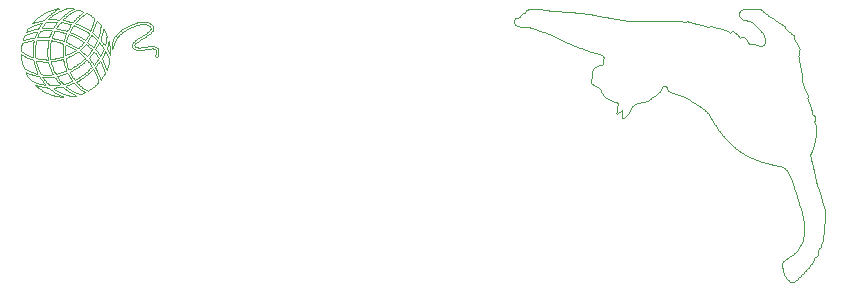
<source format=gbr>
G04 #@! TF.GenerationSoftware,KiCad,Pcbnew,(5.1.0)-1*
G04 #@! TF.CreationDate,2019-04-15T23:00:07-07:00*
G04 #@! TF.ProjectId,12AU7-Amplifier,31324155-372d-4416-9d70-6c6966696572,rev?*
G04 #@! TF.SameCoordinates,Original*
G04 #@! TF.FileFunction,Legend,Bot*
G04 #@! TF.FilePolarity,Positive*
%FSLAX46Y46*%
G04 Gerber Fmt 4.6, Leading zero omitted, Abs format (unit mm)*
G04 Created by KiCad (PCBNEW (5.1.0)-1) date 2019-04-15 23:00:07*
%MOMM*%
%LPD*%
G04 APERTURE LIST*
%ADD10C,0.120000*%
G04 APERTURE END LIST*
D10*
X124929000Y-78048000D02*
X124974965Y-77970754D01*
X124974965Y-77970754D02*
X125018733Y-77893950D01*
X125018733Y-77893950D02*
X125061740Y-77815592D01*
X125061740Y-77815592D02*
X125097000Y-77748000D01*
X126489000Y-78651000D02*
X126518026Y-78558464D01*
X126518026Y-78558464D02*
X126540772Y-78458167D01*
X126540772Y-78458167D02*
X126561407Y-78355234D01*
X126561407Y-78355234D02*
X126580119Y-78252541D01*
X126580119Y-78252541D02*
X126597370Y-78147806D01*
X126597370Y-78147806D02*
X126612507Y-78041225D01*
X126612507Y-78041225D02*
X126618000Y-77994000D01*
X121281000Y-77973000D02*
X121785000Y-77979000D01*
X121098000Y-77403000D02*
X121005755Y-77430906D01*
X121005755Y-77430906D02*
X120950548Y-77496539D01*
X120950548Y-77496539D02*
X120909734Y-77578383D01*
X120909734Y-77578383D02*
X120894000Y-77613000D01*
X119808000Y-77760000D02*
X119728291Y-77800291D01*
X119728291Y-77800291D02*
X119656413Y-77849481D01*
X119656413Y-77849481D02*
X119606768Y-77920574D01*
X119606768Y-77920574D02*
X119577000Y-77997000D01*
X120792000Y-77886000D02*
X120777000Y-77967000D01*
X121116000Y-76752000D02*
X121018629Y-76774916D01*
X121018629Y-76774916D02*
X120921900Y-76801402D01*
X120921900Y-76801402D02*
X120827057Y-76828524D01*
X120827057Y-76828524D02*
X120822000Y-76830000D01*
X120243000Y-77592000D02*
X120153198Y-77622300D01*
X120153198Y-77622300D02*
X120063038Y-77655193D01*
X120063038Y-77655193D02*
X119973823Y-77689664D01*
X119973823Y-77689664D02*
X119886319Y-77725428D01*
X119886319Y-77725428D02*
X119808000Y-77760000D01*
X124581000Y-78060000D02*
X124827000Y-78219000D01*
X122400000Y-77433000D02*
X122291933Y-77420632D01*
X122291933Y-77420632D02*
X122212942Y-77462169D01*
X122212942Y-77462169D02*
X122170202Y-77540331D01*
X122170202Y-77540331D02*
X122148000Y-77589000D01*
X124827000Y-78219000D02*
X124929000Y-78048000D01*
X125097000Y-77748000D02*
X125160000Y-77622000D01*
X122619000Y-78180000D02*
X122715875Y-78207040D01*
X122715875Y-78207040D02*
X122811253Y-78231770D01*
X122811253Y-78231770D02*
X122909314Y-78254209D01*
X122909314Y-78254209D02*
X123003000Y-78264000D01*
X120894000Y-77613000D02*
X120857259Y-77698050D01*
X120857259Y-77698050D02*
X120823541Y-77785150D01*
X120823541Y-77785150D02*
X120794178Y-77876351D01*
X120794178Y-77876351D02*
X120792000Y-77886000D01*
X126129000Y-78225000D02*
X126182105Y-78296215D01*
X126182105Y-78296215D02*
X126234632Y-78365225D01*
X126234632Y-78365225D02*
X126288027Y-78433732D01*
X126288027Y-78433732D02*
X126341752Y-78500611D01*
X126341752Y-78500611D02*
X126396786Y-78566121D01*
X126396786Y-78566121D02*
X126454434Y-78628501D01*
X126454434Y-78628501D02*
X126489000Y-78651000D01*
X120822000Y-76830000D02*
X120822000Y-76830000D01*
X120855000Y-77229000D02*
X120936000Y-77088000D01*
X125160000Y-77622000D02*
X124959000Y-77490000D01*
X120168000Y-78057000D02*
X120271167Y-78039031D01*
X120271167Y-78039031D02*
X120374232Y-78018796D01*
X120374232Y-78018796D02*
X120472131Y-77996191D01*
X120472131Y-77996191D02*
X120507000Y-77985000D01*
X119697000Y-78162000D02*
X119793403Y-78137183D01*
X119793403Y-78137183D02*
X119890829Y-78114426D01*
X119890829Y-78114426D02*
X119991757Y-78092289D01*
X119991757Y-78092289D02*
X120095067Y-78071015D01*
X120095067Y-78071015D02*
X120168000Y-78057000D01*
X121098000Y-77403000D02*
X121098000Y-77403000D01*
X121878000Y-77733000D02*
X121912245Y-77642460D01*
X121912245Y-77642460D02*
X121945504Y-77555281D01*
X121945504Y-77555281D02*
X121980022Y-77467493D01*
X121980022Y-77467493D02*
X121995000Y-77433000D01*
X126162000Y-77952000D02*
X126134102Y-78044664D01*
X126134102Y-78044664D02*
X126112497Y-78144687D01*
X126112497Y-78144687D02*
X126129000Y-78225000D01*
X126285000Y-77487000D02*
X126262361Y-77587739D01*
X126262361Y-77587739D02*
X126237898Y-77685292D01*
X126237898Y-77685292D02*
X126211472Y-77783686D01*
X126211472Y-77783686D02*
X126184744Y-77877349D01*
X126184744Y-77877349D02*
X126162000Y-77952000D01*
X123030000Y-78198000D02*
X123052091Y-78099864D01*
X123052091Y-78099864D02*
X123079778Y-78006318D01*
X123079778Y-78006318D02*
X123109759Y-77913441D01*
X123109759Y-77913441D02*
X123117000Y-77892000D01*
X120777000Y-77967000D02*
X121281000Y-77973000D01*
X126618000Y-77994000D02*
X126625914Y-77880184D01*
X126625914Y-77880184D02*
X126615667Y-77770194D01*
X126615667Y-77770194D02*
X126583033Y-77681482D01*
X126583033Y-77681482D02*
X126543383Y-77599378D01*
X126543383Y-77599378D02*
X126499900Y-77514489D01*
X126499900Y-77514489D02*
X126495000Y-77505000D01*
X121980000Y-78027000D02*
X122077367Y-78050011D01*
X122077367Y-78050011D02*
X122121000Y-78057000D01*
X119577000Y-77997000D02*
X119546310Y-78087544D01*
X119546310Y-78087544D02*
X119557957Y-78195898D01*
X119557957Y-78195898D02*
X119657128Y-78174003D01*
X119657128Y-78174003D02*
X119697000Y-78162000D01*
X121617000Y-77382000D02*
X121496176Y-77382852D01*
X121496176Y-77382852D02*
X121378550Y-77385307D01*
X121378550Y-77385307D02*
X121262210Y-77389594D01*
X121262210Y-77389594D02*
X121149250Y-77396790D01*
X121149250Y-77396790D02*
X121098000Y-77403000D01*
X121995000Y-77433000D02*
X121921043Y-77386492D01*
X121921043Y-77386492D02*
X121804438Y-77382746D01*
X121804438Y-77382746D02*
X121684201Y-77382047D01*
X121684201Y-77382047D02*
X121617000Y-77382000D01*
X123174000Y-77619000D02*
X123079982Y-77589764D01*
X123079982Y-77589764D02*
X122981717Y-77564179D01*
X122981717Y-77564179D02*
X122884174Y-77539972D01*
X122884174Y-77539972D02*
X122779755Y-77514901D01*
X122779755Y-77514901D02*
X122678921Y-77491422D01*
X122678921Y-77491422D02*
X122579909Y-77469151D01*
X122579909Y-77469151D02*
X122478591Y-77447587D01*
X122478591Y-77447587D02*
X122400000Y-77433000D01*
X123117000Y-77892000D02*
X123146687Y-77800916D01*
X123146687Y-77800916D02*
X123172122Y-77705296D01*
X123172122Y-77705296D02*
X123174000Y-77619000D01*
X123003000Y-78264000D02*
X123030000Y-78198000D01*
X122121000Y-78057000D02*
X122223396Y-78077183D01*
X122223396Y-78077183D02*
X122321990Y-78100333D01*
X122321990Y-78100333D02*
X122418564Y-78124749D01*
X122418564Y-78124749D02*
X122514575Y-78150428D01*
X122514575Y-78150428D02*
X122609264Y-78177161D01*
X122609264Y-78177161D02*
X122619000Y-78180000D01*
X121785000Y-77979000D02*
X121878000Y-77733000D01*
X126342000Y-77238000D02*
X126317899Y-77335135D01*
X126317899Y-77335135D02*
X126296012Y-77434249D01*
X126296012Y-77434249D02*
X126285000Y-77487000D01*
X123621000Y-77562000D02*
X123708487Y-77595056D01*
X123708487Y-77595056D02*
X123792544Y-77631780D01*
X123792544Y-77631780D02*
X123878143Y-77671843D01*
X123878143Y-77671843D02*
X123961751Y-77712791D01*
X123961751Y-77712791D02*
X124041706Y-77753303D01*
X124041706Y-77753303D02*
X124124569Y-77796525D01*
X124124569Y-77796525D02*
X124206800Y-77840611D01*
X124206800Y-77840611D02*
X124289142Y-77885971D01*
X124289142Y-77885971D02*
X124366034Y-77929534D01*
X124366034Y-77929534D02*
X124443284Y-77974676D01*
X124443284Y-77974676D02*
X124518689Y-78020430D01*
X124518689Y-78020430D02*
X124581000Y-78060000D01*
X126285000Y-77487000D02*
X126285000Y-77487000D01*
X123663000Y-77184000D02*
X123663000Y-77184000D01*
X123852000Y-76965000D02*
X123776797Y-77010174D01*
X123776797Y-77010174D02*
X123725383Y-77080507D01*
X123725383Y-77080507D02*
X123678858Y-77156537D01*
X123678858Y-77156537D02*
X123663000Y-77184000D01*
X123663000Y-77184000D02*
X123617875Y-77263489D01*
X123617875Y-77263489D02*
X123575262Y-77341293D01*
X123575262Y-77341293D02*
X123536149Y-77423151D01*
X123536149Y-77423151D02*
X123548374Y-77532233D01*
X123548374Y-77532233D02*
X123621000Y-77562000D01*
X124959000Y-77490000D02*
X124885162Y-77443683D01*
X124885162Y-77443683D02*
X124808858Y-77398229D01*
X124808858Y-77398229D02*
X124730728Y-77353622D01*
X124730728Y-77353622D02*
X124652212Y-77310415D01*
X124652212Y-77310415D02*
X124568015Y-77265643D01*
X124568015Y-77265643D02*
X124488270Y-77224600D01*
X124488270Y-77224600D02*
X124406203Y-77183688D01*
X124406203Y-77183688D02*
X124322954Y-77143576D01*
X124322954Y-77143576D02*
X124238654Y-77104480D01*
X124238654Y-77104480D02*
X124155100Y-77067462D01*
X124155100Y-77067462D02*
X124069315Y-77031693D01*
X124069315Y-77031693D02*
X123981626Y-76998505D01*
X123981626Y-76998505D02*
X123888897Y-76970608D01*
X123888897Y-76970608D02*
X123852000Y-76965000D01*
X122148000Y-77589000D02*
X122111912Y-77673600D01*
X122111912Y-77673600D02*
X122075400Y-77763156D01*
X122075400Y-77763156D02*
X122041235Y-77850089D01*
X122041235Y-77850089D02*
X122008373Y-77937518D01*
X122008373Y-77937518D02*
X121980000Y-78027000D01*
X126495000Y-77505000D02*
X126453707Y-77425691D01*
X126453707Y-77425691D02*
X126410562Y-77346530D01*
X126410562Y-77346530D02*
X126366102Y-77270445D01*
X126366102Y-77270445D02*
X126342000Y-77238000D01*
X120570000Y-77292000D02*
X120855000Y-77229000D01*
X130470000Y-78720000D02*
X130353503Y-78723821D01*
X130353503Y-78723821D02*
X130239376Y-78732206D01*
X130239376Y-78732206D02*
X130129967Y-78743270D01*
X130129967Y-78743270D02*
X130022452Y-78756975D01*
X130022452Y-78756975D02*
X129917591Y-78773740D01*
X129917591Y-78773740D02*
X129900000Y-78777000D01*
X129588000Y-77877000D02*
X129510400Y-77924441D01*
X129510400Y-77924441D02*
X129435801Y-77970628D01*
X129435801Y-77970628D02*
X129360407Y-78018071D01*
X129360407Y-78018071D02*
X129286784Y-78065379D01*
X129286784Y-78065379D02*
X129212971Y-78114143D01*
X129212971Y-78114143D02*
X129141662Y-78163012D01*
X129141662Y-78163012D02*
X129071255Y-78213716D01*
X129071255Y-78213716D02*
X129003378Y-78266091D01*
X129003378Y-78266091D02*
X128938370Y-78321460D01*
X128938370Y-78321460D02*
X128877750Y-78381345D01*
X128877750Y-78381345D02*
X128823360Y-78449625D01*
X128823360Y-78449625D02*
X128781875Y-78529149D01*
X128781875Y-78529149D02*
X128760899Y-78628704D01*
X128760899Y-78628704D02*
X128760000Y-78657000D01*
X127641000Y-77832000D02*
X127700670Y-77768220D01*
X127700670Y-77768220D02*
X127762108Y-77707924D01*
X127762108Y-77707924D02*
X127826776Y-77649164D01*
X127826776Y-77649164D02*
X127893039Y-77593073D01*
X127893039Y-77593073D02*
X127960670Y-77539449D01*
X127960670Y-77539449D02*
X128029803Y-77487902D01*
X128029803Y-77487902D02*
X128100958Y-77437873D01*
X128100958Y-77437873D02*
X128173598Y-77389625D01*
X128173598Y-77389625D02*
X128247761Y-77343023D01*
X128247761Y-77343023D02*
X128329647Y-77294426D01*
X128329647Y-77294426D02*
X128408770Y-77250102D01*
X128408770Y-77250102D02*
X128489107Y-77207581D01*
X128489107Y-77207581D02*
X128570426Y-77166950D01*
X128570426Y-77166950D02*
X128652507Y-77128304D01*
X128652507Y-77128304D02*
X128739648Y-77089792D01*
X128739648Y-77089792D02*
X128825821Y-77054213D01*
X128825821Y-77054213D02*
X128914002Y-77020358D01*
X128914002Y-77020358D02*
X129007141Y-76987422D01*
X129007141Y-76987422D02*
X129099728Y-76957605D01*
X129099728Y-76957605D02*
X129193973Y-76930348D01*
X129193973Y-76930348D02*
X129291930Y-76905488D01*
X129291930Y-76905488D02*
X129392934Y-76883813D01*
X129392934Y-76883813D02*
X129496180Y-76866203D01*
X129496180Y-76866203D02*
X129605249Y-76853205D01*
X129605249Y-76853205D02*
X129719936Y-76846782D01*
X129719936Y-76846782D02*
X129837590Y-76849653D01*
X129837590Y-76849653D02*
X129944306Y-76862989D01*
X129944306Y-76862989D02*
X129987000Y-76872000D01*
X129105000Y-76737000D02*
X129105000Y-76737000D01*
X122118000Y-77187000D02*
X122289000Y-76923000D01*
X122649000Y-76758000D02*
X122649000Y-76758000D01*
X129900000Y-78777000D02*
X129794669Y-78794370D01*
X129794669Y-78794370D02*
X129688068Y-78809622D01*
X129688068Y-78809622D02*
X129578890Y-78822225D01*
X129578890Y-78822225D02*
X129466303Y-78831049D01*
X129466303Y-78831049D02*
X129348512Y-78833922D01*
X129348512Y-78833922D02*
X129234022Y-78826886D01*
X129234022Y-78826886D02*
X129134717Y-78805971D01*
X129134717Y-78805971D02*
X129069000Y-78774000D01*
X119805000Y-77526000D02*
X119902151Y-77501917D01*
X119902151Y-77501917D02*
X119991468Y-77470768D01*
X119991468Y-77470768D02*
X120051000Y-77448000D01*
X122340000Y-77211000D02*
X122434906Y-77236265D01*
X122434906Y-77236265D02*
X122481000Y-77244000D01*
X122289000Y-76923000D02*
X122457000Y-76662000D01*
X130785000Y-79629000D02*
X130900310Y-79624044D01*
X130900310Y-79624044D02*
X130943837Y-79547118D01*
X130943837Y-79547118D02*
X130975277Y-79457413D01*
X130975277Y-79457413D02*
X130986000Y-79419000D01*
X130500000Y-78912000D02*
X130612130Y-78920312D01*
X130612130Y-78920312D02*
X130704946Y-78948844D01*
X130704946Y-78948844D02*
X130771924Y-79001884D01*
X130771924Y-79001884D02*
X130810449Y-79083981D01*
X130810449Y-79083981D02*
X130818572Y-79196527D01*
X130818572Y-79196527D02*
X130804811Y-79304056D01*
X130804811Y-79304056D02*
X130788000Y-79380000D01*
X121080000Y-76848000D02*
X121121811Y-76769760D01*
X121121811Y-76769760D02*
X121116000Y-76752000D01*
X120936000Y-77088000D02*
X120981452Y-77010722D01*
X120981452Y-77010722D02*
X121028252Y-76932949D01*
X121028252Y-76932949D02*
X121076841Y-76853167D01*
X121076841Y-76853167D02*
X121080000Y-76848000D01*
X120051000Y-77448000D02*
X120142032Y-77415955D01*
X120142032Y-77415955D02*
X120233972Y-77386025D01*
X120233972Y-77386025D02*
X120328023Y-77357198D01*
X120328023Y-77357198D02*
X120425020Y-77329278D01*
X120425020Y-77329278D02*
X120521239Y-77303767D01*
X120521239Y-77303767D02*
X120570000Y-77292000D01*
X120282000Y-77025000D02*
X120197673Y-77062802D01*
X120197673Y-77062802D02*
X120115764Y-77102240D01*
X120115764Y-77102240D02*
X120040391Y-77148038D01*
X120040391Y-77148038D02*
X119979622Y-77207375D01*
X119979622Y-77207375D02*
X119931273Y-77279334D01*
X119931273Y-77279334D02*
X119901000Y-77331000D01*
X122061000Y-76662000D02*
X121939908Y-76662879D01*
X121939908Y-76662879D02*
X121822067Y-76665417D01*
X121822067Y-76665417D02*
X121705264Y-76669887D01*
X121705264Y-76669887D02*
X121592597Y-76677550D01*
X121592597Y-76677550D02*
X121551000Y-76683000D01*
X120822000Y-76830000D02*
X120729398Y-76858265D01*
X120729398Y-76858265D02*
X120637334Y-76888880D01*
X120637334Y-76888880D02*
X120545093Y-76921396D01*
X120545093Y-76921396D02*
X120456369Y-76954299D01*
X120456369Y-76954299D02*
X120369729Y-76988186D01*
X120369729Y-76988186D02*
X120285087Y-77023640D01*
X120285087Y-77023640D02*
X120282000Y-77025000D01*
X121551000Y-76683000D02*
X121551000Y-76683000D01*
X128877000Y-78882000D02*
X128942992Y-78936458D01*
X128942992Y-78936458D02*
X129016800Y-78983502D01*
X129016800Y-78983502D02*
X129090000Y-79014000D01*
X130368000Y-77223000D02*
X130328615Y-77303661D01*
X130328615Y-77303661D02*
X130274544Y-77370589D01*
X130274544Y-77370589D02*
X130214351Y-77431241D01*
X130214351Y-77431241D02*
X130149579Y-77488868D01*
X130149579Y-77488868D02*
X130082933Y-77543197D01*
X130082933Y-77543197D02*
X130014302Y-77595560D01*
X130014302Y-77595560D02*
X129944049Y-77646375D01*
X129944049Y-77646375D02*
X129872983Y-77695543D01*
X129872983Y-77695543D02*
X129796887Y-77746173D01*
X129796887Y-77746173D02*
X129723425Y-77793407D01*
X129723425Y-77793407D02*
X129645950Y-77841728D01*
X129645950Y-77841728D02*
X129588000Y-77877000D01*
X122925000Y-76710000D02*
X122817722Y-76696638D01*
X122817722Y-76696638D02*
X122713165Y-76712668D01*
X122713165Y-76712668D02*
X122649000Y-76758000D01*
X122457000Y-76662000D02*
X122061000Y-76662000D01*
X127194000Y-78744000D02*
X127221226Y-78646896D01*
X127221226Y-78646896D02*
X127250799Y-78554959D01*
X127250799Y-78554959D02*
X127282938Y-78465820D01*
X127282938Y-78465820D02*
X127317940Y-78378106D01*
X127317940Y-78378106D02*
X127354606Y-78294415D01*
X127354606Y-78294415D02*
X127394326Y-78211507D01*
X127394326Y-78211507D02*
X127437950Y-78128401D01*
X127437950Y-78128401D02*
X127482174Y-78051691D01*
X127482174Y-78051691D02*
X127529818Y-77976859D01*
X127529818Y-77976859D02*
X127580584Y-77905595D01*
X127580584Y-77905595D02*
X127635198Y-77838531D01*
X127635198Y-77838531D02*
X127641000Y-77832000D01*
X129069000Y-78774000D02*
X129005289Y-78716950D01*
X129005289Y-78716950D02*
X128970707Y-78631423D01*
X128970707Y-78631423D02*
X129006696Y-78547277D01*
X129006696Y-78547277D02*
X129064419Y-78484019D01*
X129064419Y-78484019D02*
X129129976Y-78427334D01*
X129129976Y-78427334D02*
X129198443Y-78374832D01*
X129198443Y-78374832D02*
X129269749Y-78323949D01*
X129269749Y-78323949D02*
X129343036Y-78274070D01*
X129343036Y-78274070D02*
X129418220Y-78224561D01*
X129418220Y-78224561D02*
X129493419Y-78176200D01*
X129493419Y-78176200D02*
X129571063Y-78127128D01*
X129571063Y-78127128D02*
X129645781Y-78080508D01*
X129645781Y-78080508D02*
X129720737Y-78034186D01*
X129720737Y-78034186D02*
X129795163Y-77988523D01*
X129795163Y-77988523D02*
X129855000Y-77952000D01*
X129090000Y-79014000D02*
X129197269Y-79026918D01*
X129197269Y-79026918D02*
X129313869Y-79031088D01*
X129313869Y-79031088D02*
X129432911Y-79029138D01*
X129432911Y-79029138D02*
X129547645Y-79023038D01*
X129547645Y-79023038D02*
X129659205Y-79013937D01*
X129659205Y-79013937D02*
X129770042Y-79002229D01*
X129770042Y-79002229D02*
X129877428Y-78988584D01*
X129877428Y-78988584D02*
X129983305Y-78973049D01*
X129983305Y-78973049D02*
X129990000Y-78972000D01*
X123579000Y-76872000D02*
X123490838Y-76840041D01*
X123490838Y-76840041D02*
X123392968Y-76814664D01*
X123392968Y-76814664D02*
X123294101Y-76791099D01*
X123294101Y-76791099D02*
X123191128Y-76767674D01*
X123191128Y-76767674D02*
X123091888Y-76745783D01*
X123091888Y-76745783D02*
X122988783Y-76723550D01*
X122988783Y-76723550D02*
X122925000Y-76710000D01*
X122481000Y-77244000D02*
X122584742Y-77262718D01*
X122584742Y-77262718D02*
X122684531Y-77283782D01*
X122684531Y-77283782D02*
X122786262Y-77306560D01*
X122786262Y-77306560D02*
X122886478Y-77329941D01*
X122886478Y-77329941D02*
X122984804Y-77353749D01*
X122984804Y-77353749D02*
X123083611Y-77378739D01*
X123083611Y-77378739D02*
X123178117Y-77404357D01*
X123178117Y-77404357D02*
X123240000Y-77424000D01*
X121287000Y-76911000D02*
X121237373Y-76984358D01*
X121237373Y-76984358D02*
X121189876Y-77058581D01*
X121189876Y-77058581D02*
X121146488Y-77135200D01*
X121146488Y-77135200D02*
X121140000Y-77154000D01*
X121551000Y-76683000D02*
X121459025Y-76712029D01*
X121459025Y-76712029D02*
X121394864Y-76768453D01*
X121394864Y-76768453D02*
X121340460Y-76836708D01*
X121340460Y-76836708D02*
X121289257Y-76907797D01*
X121289257Y-76907797D02*
X121287000Y-76911000D01*
X125643000Y-76905000D02*
X125643000Y-76905000D01*
X130467000Y-76920000D02*
X130407205Y-76858458D01*
X130407205Y-76858458D02*
X130339141Y-76806467D01*
X130339141Y-76806467D02*
X130264945Y-76760416D01*
X130264945Y-76760416D02*
X130184385Y-76719326D01*
X130184385Y-76719326D02*
X130097075Y-76684298D01*
X130097075Y-76684298D02*
X130017000Y-76662000D01*
X129987000Y-76872000D02*
X130078333Y-76901530D01*
X130078333Y-76901530D02*
X130158803Y-76941198D01*
X130158803Y-76941198D02*
X130230785Y-76989568D01*
X130230785Y-76989568D02*
X130293824Y-77046671D01*
X130293824Y-77046671D02*
X130345238Y-77115372D01*
X130345238Y-77115372D02*
X130369951Y-77211034D01*
X130369951Y-77211034D02*
X130368000Y-77223000D01*
X129990000Y-78972000D02*
X130095259Y-78955975D01*
X130095259Y-78955975D02*
X130201487Y-78941256D01*
X130201487Y-78941256D02*
X130308420Y-78927999D01*
X130308420Y-78927999D02*
X130418603Y-78916662D01*
X130418603Y-78916662D02*
X130500000Y-78912000D01*
X119901000Y-77331000D02*
X119856802Y-77407098D01*
X119856802Y-77407098D02*
X119816059Y-77486731D01*
X119816059Y-77486731D02*
X119805000Y-77526000D01*
X121629000Y-77187000D02*
X122118000Y-77187000D01*
X121140000Y-77154000D02*
X121237189Y-77177873D01*
X121237189Y-77177873D02*
X121351573Y-77183692D01*
X121351573Y-77183692D02*
X121470579Y-77186139D01*
X121470579Y-77186139D02*
X121589847Y-77186954D01*
X121589847Y-77186954D02*
X121629000Y-77187000D01*
X130986000Y-79419000D02*
X131008191Y-79320920D01*
X131008191Y-79320920D02*
X131021359Y-79212937D01*
X131021359Y-79212937D02*
X131018597Y-79095220D01*
X131018597Y-79095220D02*
X130997226Y-78995919D01*
X130997226Y-78995919D02*
X130959453Y-78912833D01*
X130959453Y-78912833D02*
X130906766Y-78844654D01*
X130906766Y-78844654D02*
X130840568Y-78790779D01*
X130840568Y-78790779D02*
X130833000Y-78786000D01*
X128760000Y-78657000D02*
X128777430Y-78760036D01*
X128777430Y-78760036D02*
X128826931Y-78831827D01*
X128826931Y-78831827D02*
X128877000Y-78882000D01*
X130788000Y-79380000D02*
X130763919Y-79476600D01*
X130763919Y-79476600D02*
X130755751Y-79588504D01*
X130755751Y-79588504D02*
X130785000Y-79629000D01*
X130833000Y-78786000D02*
X130753590Y-78745248D01*
X130753590Y-78745248D02*
X130654225Y-78724352D01*
X130654225Y-78724352D02*
X130537960Y-78719600D01*
X130537960Y-78719600D02*
X130470000Y-78720000D01*
X129855000Y-77952000D02*
X129929659Y-77905754D01*
X129929659Y-77905754D02*
X130002812Y-77858808D01*
X130002812Y-77858808D02*
X130074809Y-77810652D01*
X130074809Y-77810652D02*
X130146525Y-77760264D01*
X130146525Y-77760264D02*
X130215413Y-77708923D01*
X130215413Y-77708923D02*
X130283304Y-77654560D01*
X130283304Y-77654560D02*
X130347398Y-77598435D01*
X130347398Y-77598435D02*
X130408367Y-77538621D01*
X130408367Y-77538621D02*
X130465441Y-77473347D01*
X130465441Y-77473347D02*
X130515564Y-77401933D01*
X130515564Y-77401933D02*
X130555589Y-77320802D01*
X130555589Y-77320802D02*
X130578326Y-77222731D01*
X130578326Y-77222731D02*
X130568538Y-77110335D01*
X130568538Y-77110335D02*
X130534635Y-77022879D01*
X130534635Y-77022879D02*
X130488654Y-76948590D01*
X130488654Y-76948590D02*
X130467000Y-76920000D01*
X123444000Y-77169000D02*
X123487974Y-77092700D01*
X123487974Y-77092700D02*
X123529860Y-77012996D01*
X123529860Y-77012996D02*
X123567212Y-76930137D01*
X123567212Y-76930137D02*
X123579000Y-76872000D01*
X123240000Y-77424000D02*
X123312006Y-77375894D01*
X123312006Y-77375894D02*
X123361843Y-77305110D01*
X123361843Y-77305110D02*
X123407996Y-77230496D01*
X123407996Y-77230496D02*
X123444000Y-77169000D01*
X122649000Y-76758000D02*
X122596403Y-76825666D01*
X122596403Y-76825666D02*
X122545430Y-76896351D01*
X122545430Y-76896351D02*
X122494983Y-76968503D01*
X122494983Y-76968503D02*
X122446112Y-77040122D01*
X122446112Y-77040122D02*
X122397020Y-77114132D01*
X122397020Y-77114132D02*
X122350530Y-77188738D01*
X122350530Y-77188738D02*
X122340000Y-77211000D01*
X130017000Y-76662000D02*
X129910999Y-76647067D01*
X129910999Y-76647067D02*
X129794624Y-76641965D01*
X129794624Y-76641965D02*
X129677006Y-76644469D01*
X129677006Y-76644469D02*
X129562556Y-76652630D01*
X129562556Y-76652630D02*
X129454197Y-76664973D01*
X129454197Y-76664973D02*
X129347693Y-76681395D01*
X129347693Y-76681395D02*
X129247241Y-76701028D01*
X129247241Y-76701028D02*
X129149667Y-76724522D01*
X129149667Y-76724522D02*
X129105000Y-76737000D01*
X125334000Y-77772000D02*
X125281620Y-77841005D01*
X125281620Y-77841005D02*
X125235035Y-77916188D01*
X125235035Y-77916188D02*
X125202000Y-77973000D01*
X125256000Y-78579000D02*
X125319582Y-78637602D01*
X125319582Y-78637602D02*
X125382869Y-78694350D01*
X125382869Y-78694350D02*
X125448884Y-78749837D01*
X125448884Y-78749837D02*
X125522439Y-78796512D01*
X125522439Y-78796512D02*
X125553000Y-78789000D01*
X121812000Y-79002000D02*
X121807707Y-79119128D01*
X121807707Y-79119128D02*
X121807815Y-79240968D01*
X121807815Y-79240968D02*
X121811347Y-79358110D01*
X121811347Y-79358110D02*
X121817845Y-79472374D01*
X121817845Y-79472374D02*
X121827493Y-79583732D01*
X121827493Y-79583732D02*
X121841345Y-79690752D01*
X121841345Y-79690752D02*
X121864319Y-79787917D01*
X121864319Y-79787917D02*
X121875000Y-79806000D01*
X121908000Y-78273000D02*
X121884592Y-78370476D01*
X121884592Y-78370476D02*
X121865943Y-78473923D01*
X121865943Y-78473923D02*
X121850616Y-78578982D01*
X121850616Y-78578982D02*
X121837627Y-78686455D01*
X121837627Y-78686455D02*
X121826633Y-78796783D01*
X121826633Y-78796783D02*
X121817404Y-78913199D01*
X121817404Y-78913199D02*
X121812000Y-79002000D01*
X120267000Y-79617000D02*
X120378000Y-79656000D01*
X121632000Y-79644000D02*
X121621826Y-79532717D01*
X121621826Y-79532717D02*
X121615357Y-79415906D01*
X121615357Y-79415906D02*
X121612033Y-79294943D01*
X121612033Y-79294943D02*
X121611556Y-79173625D01*
X121611556Y-79173625D02*
X121613601Y-79055310D01*
X121613601Y-79055310D02*
X121618328Y-78931974D01*
X121618328Y-78931974D02*
X121625186Y-78818236D01*
X121625186Y-78818236D02*
X121634663Y-78705816D01*
X121634663Y-78705816D02*
X121647183Y-78595750D01*
X121647183Y-78595750D02*
X121662000Y-78498000D01*
X121662000Y-78498000D02*
X121680074Y-78395297D01*
X121680074Y-78395297D02*
X121697508Y-78291547D01*
X121697508Y-78291547D02*
X121710000Y-78210000D01*
X124680000Y-78396000D02*
X124624112Y-78331004D01*
X124624112Y-78331004D02*
X124555024Y-78279473D01*
X124555024Y-78279473D02*
X124482667Y-78231065D01*
X124482667Y-78231065D02*
X124406516Y-78183226D01*
X124406516Y-78183226D02*
X124330289Y-78137438D01*
X124330289Y-78137438D02*
X124253907Y-78093149D01*
X124253907Y-78093149D02*
X124175964Y-78049326D01*
X124175964Y-78049326D02*
X124096912Y-78006141D01*
X124096912Y-78006141D02*
X124016197Y-77963290D01*
X124016197Y-77963290D02*
X123934948Y-77921434D01*
X123934948Y-77921434D02*
X123851911Y-77880065D01*
X123851911Y-77880065D02*
X123768692Y-77840227D01*
X123768692Y-77840227D02*
X123684338Y-77801882D01*
X123684338Y-77801882D02*
X123598876Y-77765887D01*
X123598876Y-77765887D02*
X123510916Y-77733760D01*
X123510916Y-77733760D02*
X123429000Y-77715000D01*
X120720000Y-77478000D02*
X120607525Y-77486904D01*
X120607525Y-77486904D02*
X120509810Y-77511048D01*
X120509810Y-77511048D02*
X120415544Y-77537660D01*
X120415544Y-77537660D02*
X120322415Y-77566179D01*
X120322415Y-77566179D02*
X120243000Y-77592000D01*
X120378000Y-79656000D02*
X120378000Y-79200000D01*
X119403000Y-78687000D02*
X119387392Y-78793110D01*
X119387392Y-78793110D02*
X119373615Y-78900701D01*
X119373615Y-78900701D02*
X119369154Y-79016262D01*
X119369154Y-79016262D02*
X119396084Y-79109530D01*
X119396084Y-79109530D02*
X119453597Y-79172336D01*
X119453597Y-79172336D02*
X119523542Y-79223132D01*
X119523542Y-79223132D02*
X119598000Y-79272000D01*
X119811000Y-78339000D02*
X119713619Y-78365185D01*
X119713619Y-78365185D02*
X119618847Y-78391846D01*
X119618847Y-78391846D02*
X119529972Y-78423030D01*
X119529972Y-78423030D02*
X119458893Y-78472570D01*
X119458893Y-78472570D02*
X119423784Y-78557897D01*
X119423784Y-78557897D02*
X119406701Y-78662186D01*
X119406701Y-78662186D02*
X119403000Y-78687000D01*
X125202000Y-77973000D02*
X125158484Y-78052814D01*
X125158484Y-78052814D02*
X125113202Y-78131176D01*
X125113202Y-78131176D02*
X125067570Y-78205814D01*
X125067570Y-78205814D02*
X125037000Y-78252000D01*
X120579000Y-79311000D02*
X120584475Y-79427586D01*
X120584475Y-79427586D02*
X120591089Y-79541303D01*
X120591089Y-79541303D02*
X120600221Y-79652498D01*
X120600221Y-79652498D02*
X120612000Y-79713000D01*
X124986000Y-78330000D02*
X125256000Y-78579000D01*
X123210000Y-78327000D02*
X123260957Y-78396821D01*
X123260957Y-78396821D02*
X123336474Y-78442028D01*
X123336474Y-78442028D02*
X123418268Y-78481700D01*
X123418268Y-78481700D02*
X123441000Y-78492000D01*
X123348000Y-77838000D02*
X123348000Y-77838000D01*
X120507000Y-77985000D02*
X120552187Y-77909413D01*
X120552187Y-77909413D02*
X120590439Y-77827423D01*
X120590439Y-77827423D02*
X120627643Y-77741490D01*
X120627643Y-77741490D02*
X120662873Y-77654832D01*
X120662873Y-77654832D02*
X120695531Y-77567438D01*
X120695531Y-77567438D02*
X120720000Y-77478000D01*
X120255000Y-78240000D02*
X120151615Y-78259146D01*
X120151615Y-78259146D02*
X120050420Y-78280392D01*
X120050420Y-78280392D02*
X119949501Y-78303475D01*
X119949501Y-78303475D02*
X119852977Y-78327579D01*
X119852977Y-78327579D02*
X119811000Y-78339000D01*
X124254000Y-78855000D02*
X124320548Y-78800805D01*
X124320548Y-78800805D02*
X124383767Y-78742041D01*
X124383767Y-78742041D02*
X124446737Y-78679423D01*
X124446737Y-78679423D02*
X124505615Y-78617818D01*
X124505615Y-78617818D02*
X124563336Y-78554364D01*
X124563336Y-78554364D02*
X124619614Y-78488323D01*
X124619614Y-78488323D02*
X124670622Y-78418743D01*
X124670622Y-78418743D02*
X124680000Y-78396000D01*
X120468000Y-78264000D02*
X120394542Y-78217337D01*
X120394542Y-78217337D02*
X120288000Y-78234360D01*
X120288000Y-78234360D02*
X120255000Y-78240000D01*
X123924000Y-78756000D02*
X124176000Y-78912000D01*
X125676000Y-78063000D02*
X125613783Y-78003230D01*
X125613783Y-78003230D02*
X125550934Y-77944158D01*
X125550934Y-77944158D02*
X125487634Y-77886545D01*
X125487634Y-77886545D02*
X125422271Y-77830307D01*
X125422271Y-77830307D02*
X125352915Y-77779567D01*
X125352915Y-77779567D02*
X125334000Y-77772000D01*
X125715000Y-78486000D02*
X125847000Y-78228000D01*
X123348000Y-77838000D02*
X123315970Y-77927122D01*
X123315970Y-77927122D02*
X123285335Y-78019093D01*
X123285335Y-78019093D02*
X123256774Y-78112529D01*
X123256774Y-78112529D02*
X123230918Y-78208136D01*
X123230918Y-78208136D02*
X123211099Y-78309018D01*
X123211099Y-78309018D02*
X123210000Y-78327000D01*
X121656000Y-79851000D02*
X121632000Y-79644000D01*
X125847000Y-78228000D02*
X125676000Y-78063000D01*
X125202000Y-77973000D02*
X125202000Y-77973000D01*
X120687000Y-78243000D02*
X120687000Y-78243000D01*
X124176000Y-78912000D02*
X124254000Y-78855000D01*
X121344000Y-79830000D02*
X121656000Y-79851000D01*
X123441000Y-78492000D02*
X123522804Y-78531206D01*
X123522804Y-78531206D02*
X123602803Y-78572352D01*
X123602803Y-78572352D02*
X123687258Y-78617824D01*
X123687258Y-78617824D02*
X123765105Y-78661361D01*
X123765105Y-78661361D02*
X123841823Y-78705898D01*
X123841823Y-78705898D02*
X123916647Y-78751379D01*
X123916647Y-78751379D02*
X123924000Y-78756000D01*
X120720000Y-78162000D02*
X120687000Y-78243000D01*
X120687000Y-78243000D02*
X120659239Y-78335719D01*
X120659239Y-78335719D02*
X120637939Y-78435668D01*
X120637939Y-78435668D02*
X120620953Y-78538691D01*
X120620953Y-78538691D02*
X120606629Y-78648493D01*
X120606629Y-78648493D02*
X120595388Y-78758148D01*
X120595388Y-78758148D02*
X120586581Y-78871221D01*
X120586581Y-78871221D02*
X120580271Y-78988659D01*
X120580271Y-78988659D02*
X120576847Y-79108948D01*
X120576847Y-79108948D02*
X120576804Y-79229661D01*
X120576804Y-79229661D02*
X120579000Y-79311000D01*
X121875000Y-79806000D02*
X121993593Y-79803525D01*
X121993593Y-79803525D02*
X122099050Y-79788467D01*
X122099050Y-79788467D02*
X122206271Y-79770078D01*
X122206271Y-79770078D02*
X122307929Y-79750651D01*
X122307929Y-79750651D02*
X122407430Y-79729951D01*
X122407430Y-79729951D02*
X122508471Y-79707108D01*
X122508471Y-79707108D02*
X122605649Y-79682936D01*
X122605649Y-79682936D02*
X122691000Y-79659000D01*
X120378000Y-79200000D02*
X120379777Y-79081552D01*
X120379777Y-79081552D02*
X120383415Y-78964840D01*
X120383415Y-78964840D02*
X120389085Y-78850275D01*
X120389085Y-78850275D02*
X120397050Y-78737332D01*
X120397050Y-78737332D02*
X120407814Y-78624138D01*
X120407814Y-78624138D02*
X120421417Y-78514398D01*
X120421417Y-78514398D02*
X120437823Y-78410119D01*
X120437823Y-78410119D02*
X120457784Y-78308530D01*
X120457784Y-78308530D02*
X120468000Y-78264000D01*
X121101000Y-78168000D02*
X120720000Y-78162000D01*
X121710000Y-78210000D02*
X121613125Y-78185882D01*
X121613125Y-78185882D02*
X121500949Y-78177773D01*
X121500949Y-78177773D02*
X121384184Y-78173007D01*
X121384184Y-78173007D02*
X121266075Y-78170097D01*
X121266075Y-78170097D02*
X121144946Y-78168380D01*
X121144946Y-78168380D02*
X121101000Y-78168000D01*
X120612000Y-79713000D02*
X120701855Y-79743525D01*
X120701855Y-79743525D02*
X120802394Y-79763907D01*
X120802394Y-79763907D02*
X120908468Y-79781499D01*
X120908468Y-79781499D02*
X121014919Y-79796619D01*
X121014919Y-79796619D02*
X121122527Y-79809772D01*
X121122527Y-79809772D02*
X121233807Y-79821175D01*
X121233807Y-79821175D02*
X121344000Y-79830000D01*
X125553000Y-78789000D02*
X125597431Y-78712767D01*
X125597431Y-78712767D02*
X125640641Y-78631568D01*
X125640641Y-78631568D02*
X125682282Y-78550822D01*
X125682282Y-78550822D02*
X125715000Y-78486000D01*
X120243000Y-77592000D02*
X120243000Y-77592000D01*
X122148000Y-77589000D02*
X122148000Y-77589000D01*
X125037000Y-78252000D02*
X124986000Y-78330000D01*
X123429000Y-77715000D02*
X123373893Y-77780635D01*
X123373893Y-77780635D02*
X123348000Y-77838000D01*
X119598000Y-79272000D02*
X119672689Y-79319372D01*
X119672689Y-79319372D02*
X119748986Y-79365504D01*
X119748986Y-79365504D02*
X119827848Y-79410844D01*
X119827848Y-79410844D02*
X119906779Y-79453850D01*
X119906779Y-79453850D02*
X119988594Y-79495878D01*
X119988594Y-79495878D02*
X120071908Y-79535884D01*
X120071908Y-79535884D02*
X120155251Y-79572859D01*
X120155251Y-79572859D02*
X120242426Y-79607881D01*
X120242426Y-79607881D02*
X120267000Y-79617000D01*
X119811000Y-78339000D02*
X119811000Y-78339000D01*
X127104000Y-78924000D02*
X127163465Y-78861759D01*
X127163465Y-78861759D02*
X127189188Y-78762961D01*
X127189188Y-78762961D02*
X127194000Y-78744000D01*
X127554000Y-77628000D02*
X127494856Y-77690551D01*
X127494856Y-77690551D02*
X127437682Y-77756617D01*
X127437682Y-77756617D02*
X127384640Y-77824968D01*
X127384640Y-77824968D02*
X127335492Y-77896324D01*
X127335492Y-77896324D02*
X127289101Y-77972119D01*
X127289101Y-77972119D02*
X127246014Y-78050261D01*
X127246014Y-78050261D02*
X127209000Y-78123000D01*
X122622000Y-76467000D02*
X122787000Y-76305000D01*
X127074000Y-78624000D02*
X127080054Y-78738171D01*
X127080054Y-78738171D02*
X127091313Y-78849037D01*
X127091313Y-78849037D02*
X127104000Y-78924000D01*
X126159000Y-76962000D02*
X126078000Y-76860000D01*
X125937000Y-78009000D02*
X126000000Y-77808000D01*
X122004000Y-75642000D02*
X122004000Y-75642000D01*
X120330000Y-76752000D02*
X120435527Y-76736605D01*
X120435527Y-76736605D02*
X120529737Y-76708847D01*
X120529737Y-76708847D02*
X120591000Y-76689000D01*
X127209000Y-78123000D02*
X127168445Y-78205608D01*
X127168445Y-78205608D02*
X127129917Y-78287669D01*
X127129917Y-78287669D02*
X127095518Y-78374008D01*
X127095518Y-78374008D02*
X127074168Y-78473329D01*
X127074168Y-78473329D02*
X127072740Y-78593588D01*
X127072740Y-78593588D02*
X127074000Y-78624000D01*
X126111000Y-77286000D02*
X126159000Y-76962000D01*
X125466000Y-77400000D02*
X125403000Y-77553000D01*
X125775000Y-76548000D02*
X125738440Y-76634522D01*
X125738440Y-76634522D02*
X125705921Y-76722897D01*
X125705921Y-76722897D02*
X125674262Y-76812865D01*
X125674262Y-76812865D02*
X125643737Y-76902785D01*
X125643737Y-76902785D02*
X125643000Y-76905000D01*
X122910000Y-76482000D02*
X122995594Y-76517093D01*
X122995594Y-76517093D02*
X123094506Y-76538734D01*
X123094506Y-76538734D02*
X123096000Y-76539000D01*
X123930000Y-75726000D02*
X123848814Y-75767574D01*
X123848814Y-75767574D02*
X123769286Y-75811018D01*
X123769286Y-75811018D02*
X123691532Y-75855467D01*
X123691532Y-75855467D02*
X123616336Y-75900294D01*
X123616336Y-75900294D02*
X123542152Y-75946735D01*
X123542152Y-75946735D02*
X123495000Y-75978000D01*
X129105000Y-76737000D02*
X129010180Y-76766383D01*
X129010180Y-76766383D02*
X128920253Y-76797173D01*
X128920253Y-76797173D02*
X128828049Y-76831548D01*
X128828049Y-76831548D02*
X128739817Y-76867004D01*
X128739817Y-76867004D02*
X128655013Y-76903391D01*
X128655013Y-76903391D02*
X128570078Y-76942077D01*
X128570078Y-76942077D02*
X128487370Y-76981915D01*
X128487370Y-76981915D02*
X128407508Y-77022438D01*
X128407508Y-77022438D02*
X128327795Y-77064953D01*
X128327795Y-77064953D02*
X128250103Y-77108454D01*
X128250103Y-77108454D02*
X128173828Y-77153239D01*
X128173828Y-77153239D02*
X128099199Y-77199188D01*
X128099199Y-77199188D02*
X128025693Y-77246661D01*
X128025693Y-77246661D02*
X127952161Y-77296566D01*
X127952161Y-77296566D02*
X127879771Y-77348329D01*
X127879771Y-77348329D02*
X127810289Y-77400809D01*
X127810289Y-77400809D02*
X127742562Y-77455023D01*
X127742562Y-77455023D02*
X127676360Y-77511504D01*
X127676360Y-77511504D02*
X127609768Y-77572606D01*
X127609768Y-77572606D02*
X127554000Y-77628000D01*
X121095000Y-76554000D02*
X121335000Y-76506000D01*
X126078000Y-76860000D02*
X126023764Y-76790943D01*
X126023764Y-76790943D02*
X125967307Y-76724403D01*
X125967307Y-76724403D02*
X125909197Y-76660575D01*
X125909197Y-76660575D02*
X125849329Y-76600242D01*
X125849329Y-76600242D02*
X125782011Y-76547418D01*
X125782011Y-76547418D02*
X125775000Y-76548000D01*
X122148000Y-76458000D02*
X122622000Y-76467000D01*
X125670000Y-77781000D02*
X125937000Y-78009000D01*
X125232000Y-77409000D02*
X125274644Y-77330478D01*
X125274644Y-77330478D02*
X125310418Y-77244488D01*
X125310418Y-77244488D02*
X125344470Y-77155122D01*
X125344470Y-77155122D02*
X125377810Y-77062988D01*
X125377810Y-77062988D02*
X125409688Y-76971693D01*
X125409688Y-76971693D02*
X125440746Y-76880345D01*
X125440746Y-76880345D02*
X125471262Y-76788630D01*
X125471262Y-76788630D02*
X125500825Y-76698153D01*
X125500825Y-76698153D02*
X125531527Y-76602692D01*
X125531527Y-76602692D02*
X125561273Y-76508857D01*
X125561273Y-76508857D02*
X125591891Y-76411000D01*
X125591891Y-76411000D02*
X125595000Y-76401000D01*
X125403000Y-77553000D02*
X125670000Y-77781000D01*
X125643000Y-76905000D02*
X125611614Y-76997643D01*
X125611614Y-76997643D02*
X125579882Y-77088894D01*
X125579882Y-77088894D02*
X125547044Y-77181312D01*
X125547044Y-77181312D02*
X125515046Y-77269535D01*
X125515046Y-77269535D02*
X125482056Y-77358245D01*
X125482056Y-77358245D02*
X125466000Y-77400000D01*
X123831000Y-76599000D02*
X123887739Y-76531014D01*
X123887739Y-76531014D02*
X123945437Y-76464964D01*
X123945437Y-76464964D02*
X124004656Y-76400154D01*
X124004656Y-76400154D02*
X124063659Y-76338377D01*
X124063659Y-76338377D02*
X124124097Y-76277787D01*
X124124097Y-76277787D02*
X124187427Y-76216995D01*
X124187427Y-76216995D02*
X124250657Y-76158868D01*
X124250657Y-76158868D02*
X124316240Y-76101091D01*
X124316240Y-76101091D02*
X124382317Y-76045279D01*
X124382317Y-76045279D02*
X124443000Y-75996000D01*
X123930000Y-75726000D02*
X123930000Y-75726000D01*
X125031000Y-77298000D02*
X125105311Y-77343702D01*
X125105311Y-77343702D02*
X125182055Y-77387869D01*
X125182055Y-77387869D02*
X125232000Y-77409000D01*
X124200000Y-75615000D02*
X124107214Y-75643183D01*
X124107214Y-75643183D02*
X124023667Y-75680067D01*
X124023667Y-75680067D02*
X123942956Y-75719400D01*
X123942956Y-75719400D02*
X123930000Y-75726000D01*
X123516000Y-76638000D02*
X123750000Y-76698000D01*
X124659000Y-76086000D02*
X124590959Y-76139325D01*
X124590959Y-76139325D02*
X124524896Y-76194601D01*
X124524896Y-76194601D02*
X124460303Y-76250746D01*
X124460303Y-76250746D02*
X124393838Y-76310147D01*
X124393838Y-76310147D02*
X124329144Y-76369326D01*
X124329144Y-76369326D02*
X124265095Y-76429148D01*
X124265095Y-76429148D02*
X124202387Y-76488954D01*
X124202387Y-76488954D02*
X124140400Y-76549450D01*
X124140400Y-76549450D02*
X124080498Y-76609647D01*
X124080498Y-76609647D02*
X124021637Y-76671572D01*
X124021637Y-76671572D02*
X123966793Y-76737364D01*
X123966793Y-76737364D02*
X123960000Y-76752000D01*
X124659000Y-76086000D02*
X124659000Y-76086000D01*
X126000000Y-77808000D02*
X126025396Y-77712927D01*
X126025396Y-77712927D02*
X126048459Y-77614283D01*
X126048459Y-77614283D02*
X126069602Y-77515031D01*
X126069602Y-77515031D02*
X126089229Y-77414119D01*
X126089229Y-77414119D02*
X126107217Y-77310179D01*
X126107217Y-77310179D02*
X126111000Y-77286000D01*
X124917000Y-75912000D02*
X124841014Y-75956883D01*
X124841014Y-75956883D02*
X124769612Y-76005889D01*
X124769612Y-76005889D02*
X124698569Y-76056830D01*
X124698569Y-76056830D02*
X124659000Y-76086000D01*
X123078000Y-75555000D02*
X123078000Y-75555000D01*
X122004000Y-75642000D02*
X121914395Y-75673346D01*
X121914395Y-75673346D02*
X121826602Y-75706607D01*
X121826602Y-75706607D02*
X121739956Y-75741906D01*
X121739956Y-75741906D02*
X121654370Y-75779213D01*
X121654370Y-75779213D02*
X121571979Y-75817445D01*
X121571979Y-75817445D02*
X121488404Y-75858589D01*
X121488404Y-75858589D02*
X121408174Y-75900388D01*
X121408174Y-75900388D02*
X121329322Y-75943723D01*
X121329322Y-75943723D02*
X121251743Y-75988611D01*
X121251743Y-75988611D02*
X121173065Y-76036505D01*
X121173065Y-76036505D02*
X121098649Y-76084102D01*
X121098649Y-76084102D02*
X121026065Y-76132783D01*
X121026065Y-76132783D02*
X120953696Y-76183659D01*
X120953696Y-76183659D02*
X120883651Y-76235263D01*
X120883651Y-76235263D02*
X120814672Y-76288496D01*
X120814672Y-76288496D02*
X120746866Y-76343334D01*
X120746866Y-76343334D02*
X120681869Y-76398418D01*
X120681869Y-76398418D02*
X120617145Y-76455935D01*
X120617145Y-76455935D02*
X120576000Y-76494000D01*
X125595000Y-76401000D02*
X125542893Y-76332085D01*
X125542893Y-76332085D02*
X125478075Y-76275342D01*
X125478075Y-76275342D02*
X125411266Y-76221886D01*
X125411266Y-76221886D02*
X125338406Y-76166788D01*
X125338406Y-76166788D02*
X125265334Y-76114027D01*
X125265334Y-76114027D02*
X125193530Y-76064381D01*
X125193530Y-76064381D02*
X125120405Y-76016229D01*
X125120405Y-76016229D02*
X125045148Y-75969949D01*
X125045148Y-75969949D02*
X124966354Y-75927816D01*
X124966354Y-75927816D02*
X124917000Y-75912000D01*
X123960000Y-76752000D02*
X124033898Y-76798518D01*
X124033898Y-76798518D02*
X124117489Y-76836288D01*
X124117489Y-76836288D02*
X124131000Y-76842000D01*
X124131000Y-76842000D02*
X124216081Y-76877590D01*
X124216081Y-76877590D02*
X124301816Y-76915620D01*
X124301816Y-76915620D02*
X124387661Y-76955342D01*
X124387661Y-76955342D02*
X124469442Y-76994466D01*
X124469442Y-76994466D02*
X124554211Y-77036215D01*
X124554211Y-77036215D02*
X124634819Y-77077008D01*
X124634819Y-77077008D02*
X124715822Y-77119108D01*
X124715822Y-77119108D02*
X124795764Y-77161856D01*
X124795764Y-77161856D02*
X124873833Y-77204968D01*
X124873833Y-77204968D02*
X124950207Y-77248836D01*
X124950207Y-77248836D02*
X125025332Y-77294419D01*
X125025332Y-77294419D02*
X125031000Y-77298000D01*
X123750000Y-76698000D02*
X123831000Y-76599000D01*
X124653000Y-75783000D02*
X124573483Y-75741401D01*
X124573483Y-75741401D02*
X124487174Y-75705915D01*
X124487174Y-75705915D02*
X124399695Y-75673098D01*
X124399695Y-75673098D02*
X124308914Y-75642097D01*
X124308914Y-75642097D02*
X124214332Y-75616475D01*
X124214332Y-75616475D02*
X124200000Y-75615000D01*
X121335000Y-76506000D02*
X121620000Y-76230000D01*
X121620000Y-76230000D02*
X121682968Y-76170831D01*
X121682968Y-76170831D02*
X121749517Y-76111240D01*
X121749517Y-76111240D02*
X121814420Y-76055429D01*
X121814420Y-76055429D02*
X121880519Y-76000557D01*
X121880519Y-76000557D02*
X121948423Y-75946028D01*
X121948423Y-75946028D02*
X122017864Y-75892054D01*
X122017864Y-75892054D02*
X122087107Y-75839977D01*
X122087107Y-75839977D02*
X122158132Y-75788402D01*
X122158132Y-75788402D02*
X122228967Y-75738956D01*
X122228967Y-75738956D02*
X122301814Y-75690453D01*
X122301814Y-75690453D02*
X122375724Y-75644239D01*
X122375724Y-75644239D02*
X122453910Y-75599913D01*
X122453910Y-75599913D02*
X122496000Y-75579000D01*
X124443000Y-75996000D02*
X124511009Y-75942124D01*
X124511009Y-75942124D02*
X124575605Y-75886390D01*
X124575605Y-75886390D02*
X124635554Y-75825126D01*
X124635554Y-75825126D02*
X124653000Y-75783000D01*
X123495000Y-75978000D02*
X123424288Y-76027296D01*
X123424288Y-76027296D02*
X123353315Y-76080074D01*
X123353315Y-76080074D02*
X123285760Y-76132590D01*
X123285760Y-76132590D02*
X123217241Y-76187816D01*
X123217241Y-76187816D02*
X123150631Y-76243346D01*
X123150631Y-76243346D02*
X123085403Y-76299683D01*
X123085403Y-76299683D02*
X123020165Y-76358600D01*
X123020165Y-76358600D02*
X122958709Y-76418279D01*
X122958709Y-76418279D02*
X122910000Y-76482000D01*
X120591000Y-76689000D02*
X120682782Y-76660165D01*
X120682782Y-76660165D02*
X120779198Y-76631821D01*
X120779198Y-76631821D02*
X120875245Y-76605339D01*
X120875245Y-76605339D02*
X120972337Y-76580606D01*
X120972337Y-76580606D02*
X121071703Y-76558442D01*
X121071703Y-76558442D02*
X121095000Y-76554000D01*
X123096000Y-76539000D02*
X123196328Y-76560025D01*
X123196328Y-76560025D02*
X123296340Y-76582461D01*
X123296340Y-76582461D02*
X123393609Y-76605708D01*
X123393609Y-76605708D02*
X123489321Y-76630538D01*
X123489321Y-76630538D02*
X123516000Y-76638000D01*
X120576000Y-76494000D02*
X120514072Y-76553953D01*
X120514072Y-76553953D02*
X120453287Y-76614470D01*
X120453287Y-76614470D02*
X120393708Y-76676014D01*
X120393708Y-76676014D02*
X120337230Y-76739775D01*
X120337230Y-76739775D02*
X120330000Y-76752000D01*
X122496000Y-75579000D02*
X122574474Y-75537039D01*
X122574474Y-75537039D02*
X122469161Y-75521298D01*
X122469161Y-75521298D02*
X122366799Y-75540783D01*
X122366799Y-75540783D02*
X122268829Y-75563987D01*
X122268829Y-75563987D02*
X122173100Y-75589792D01*
X122173100Y-75589792D02*
X122080258Y-75617431D01*
X122080258Y-75617431D02*
X122004000Y-75642000D01*
X122280000Y-81024000D02*
X122391241Y-81033623D01*
X122391241Y-81033623D02*
X122495148Y-81015782D01*
X122495148Y-81015782D02*
X122499000Y-81015000D01*
X120432000Y-79914000D02*
X120361551Y-79864019D01*
X120361551Y-79864019D02*
X120274653Y-79830378D01*
X120274653Y-79830378D02*
X120264000Y-79827000D01*
X119415000Y-79848000D02*
X119432954Y-79950740D01*
X119432954Y-79950740D02*
X119452730Y-80052778D01*
X119452730Y-80052778D02*
X119475068Y-80154967D01*
X119475068Y-80154967D02*
X119499411Y-80251698D01*
X119499411Y-80251698D02*
X119527360Y-80345542D01*
X119527360Y-80345542D02*
X119559754Y-80433507D01*
X119559754Y-80433507D02*
X119599545Y-80514488D01*
X119599545Y-80514488D02*
X119652329Y-80582349D01*
X119652329Y-80582349D02*
X119664000Y-80592000D01*
X122538000Y-79902000D02*
X122441564Y-79926283D01*
X122441564Y-79926283D02*
X122344035Y-79949009D01*
X122344035Y-79949009D02*
X122244372Y-79970137D01*
X122244372Y-79970137D02*
X122141466Y-79988298D01*
X122141466Y-79988298D02*
X122103000Y-79992000D01*
X120768000Y-81033000D02*
X120745576Y-80935057D01*
X120745576Y-80935057D02*
X120714859Y-80844941D01*
X120714859Y-80844941D02*
X120681321Y-80753762D01*
X120681321Y-80753762D02*
X120678000Y-80745000D01*
X119376000Y-79470000D02*
X119379758Y-79586922D01*
X119379758Y-79586922D02*
X119392200Y-79698986D01*
X119392200Y-79698986D02*
X119407801Y-79805512D01*
X119407801Y-79805512D02*
X119415000Y-79848000D01*
X123426000Y-80682000D02*
X123514414Y-80649962D01*
X123514414Y-80649962D02*
X123595181Y-80609438D01*
X123595181Y-80609438D02*
X123673174Y-80567084D01*
X123673174Y-80567084D02*
X123753177Y-80521488D01*
X123753177Y-80521488D02*
X123828666Y-80476843D01*
X123828666Y-80476843D02*
X123905912Y-80429655D01*
X123905912Y-80429655D02*
X123980230Y-80382797D01*
X123980230Y-80382797D02*
X124014000Y-80361000D01*
X123912000Y-79335000D02*
X123912000Y-79335000D01*
X125979000Y-79752000D02*
X125895000Y-79623000D01*
X121956000Y-80241000D02*
X121984978Y-80334561D01*
X121984978Y-80334561D02*
X122016436Y-80425602D01*
X122016436Y-80425602D02*
X122048787Y-80513489D01*
X122048787Y-80513489D02*
X122084781Y-80606648D01*
X122084781Y-80606648D02*
X122120178Y-80694373D01*
X122120178Y-80694373D02*
X122155835Y-80779053D01*
X122155835Y-80779053D02*
X122193164Y-80863296D01*
X122193164Y-80863296D02*
X122232440Y-80945356D01*
X122232440Y-80945356D02*
X122277099Y-81020846D01*
X122277099Y-81020846D02*
X122280000Y-81024000D01*
X122103000Y-79992000D02*
X121993870Y-80003055D01*
X121993870Y-80003055D02*
X121962000Y-80010000D01*
X119664000Y-80592000D02*
X119736132Y-80640701D01*
X119736132Y-80640701D02*
X119813757Y-80684190D01*
X119813757Y-80684190D02*
X119893325Y-80724708D01*
X119893325Y-80724708D02*
X119974577Y-80763484D01*
X119974577Y-80763484D02*
X120057312Y-80800994D01*
X120057312Y-80800994D02*
X120147171Y-80839902D01*
X120147171Y-80839902D02*
X120233334Y-80875609D01*
X120233334Y-80875609D02*
X120319700Y-80909870D01*
X120319700Y-80909870D02*
X120408338Y-80943344D01*
X120408338Y-80943344D02*
X120497714Y-80975066D01*
X120497714Y-80975066D02*
X120590402Y-81005051D01*
X120590402Y-81005051D02*
X120686048Y-81030507D01*
X120686048Y-81030507D02*
X120768000Y-81033000D01*
X123405000Y-79602000D02*
X123322534Y-79641373D01*
X123322534Y-79641373D02*
X123244042Y-79683508D01*
X123244042Y-79683508D02*
X123173764Y-79734112D01*
X123173764Y-79734112D02*
X123150000Y-79779000D01*
X119385000Y-79368000D02*
X119376000Y-79470000D01*
X119490000Y-79443000D02*
X119385000Y-79368000D01*
X120264000Y-79827000D02*
X120176390Y-79793836D01*
X120176390Y-79793836D02*
X120091374Y-79757695D01*
X120091374Y-79757695D02*
X120006517Y-79719318D01*
X120006517Y-79719318D02*
X119922166Y-79679419D01*
X119922166Y-79679419D02*
X119841345Y-79639727D01*
X119841345Y-79639727D02*
X119760293Y-79598459D01*
X119760293Y-79598459D02*
X119680817Y-79556361D01*
X119680817Y-79556361D02*
X119603292Y-79513235D01*
X119603292Y-79513235D02*
X119527378Y-79467751D01*
X119527378Y-79467751D02*
X119490000Y-79443000D01*
X124014000Y-80361000D02*
X124086423Y-80311753D01*
X124086423Y-80311753D02*
X124159087Y-80259763D01*
X124159087Y-80259763D02*
X124229141Y-80207990D01*
X124229141Y-80207990D02*
X124297758Y-80156045D01*
X124297758Y-80156045D02*
X124367302Y-80102323D01*
X124367302Y-80102323D02*
X124436338Y-80047983D01*
X124436338Y-80047983D02*
X124503432Y-79994185D01*
X124503432Y-79994185D02*
X124570759Y-79939098D01*
X124570759Y-79939098D02*
X124638255Y-79882487D01*
X124638255Y-79882487D02*
X124702921Y-79826302D01*
X124702921Y-79826302D02*
X124765279Y-79768270D01*
X124765279Y-79768270D02*
X124800000Y-79725000D01*
X120678000Y-80745000D02*
X120643838Y-80659044D01*
X120643838Y-80659044D02*
X120611019Y-80570064D01*
X120611019Y-80570064D02*
X120580604Y-80478885D01*
X120580604Y-80478885D02*
X120552620Y-80385985D01*
X120552620Y-80385985D02*
X120526424Y-80291518D01*
X120526424Y-80291518D02*
X120500718Y-80193150D01*
X120500718Y-80193150D02*
X120476165Y-80095437D01*
X120476165Y-80095437D02*
X120452332Y-79998201D01*
X120452332Y-79998201D02*
X120432000Y-79914000D01*
X124800000Y-79725000D02*
X124747922Y-79656527D01*
X124747922Y-79656527D02*
X124687060Y-79594741D01*
X124687060Y-79594741D02*
X124625455Y-79535762D01*
X124625455Y-79535762D02*
X124560568Y-79475852D01*
X124560568Y-79475852D02*
X124496964Y-79418815D01*
X124496964Y-79418815D02*
X124432382Y-79362476D01*
X124432382Y-79362476D02*
X124366308Y-79306642D01*
X124366308Y-79306642D02*
X124298609Y-79251972D01*
X124298609Y-79251972D02*
X124229384Y-79201177D01*
X124229384Y-79201177D02*
X124191000Y-79182000D01*
X125316000Y-79452000D02*
X125316000Y-79452000D01*
X124191000Y-79182000D02*
X124108070Y-79221302D01*
X124108070Y-79221302D02*
X124030571Y-79264740D01*
X124030571Y-79264740D02*
X123952780Y-79310396D01*
X123952780Y-79310396D02*
X123912000Y-79335000D01*
X123348000Y-80553000D02*
X123386261Y-80635665D01*
X123386261Y-80635665D02*
X123426000Y-80682000D01*
X123150000Y-79779000D02*
X123166820Y-79882648D01*
X123166820Y-79882648D02*
X123188932Y-79981653D01*
X123188932Y-79981653D02*
X123212552Y-80079236D01*
X123212552Y-80079236D02*
X123237979Y-80178945D01*
X123237979Y-80178945D02*
X123263630Y-80275118D01*
X123263630Y-80275118D02*
X123289991Y-80369423D01*
X123289991Y-80369423D02*
X123317516Y-80461996D01*
X123317516Y-80461996D02*
X123347734Y-80552297D01*
X123347734Y-80552297D02*
X123348000Y-80553000D01*
X123912000Y-79335000D02*
X123835679Y-79378885D01*
X123835679Y-79378885D02*
X123758542Y-79421838D01*
X123758542Y-79421838D02*
X123678989Y-79464936D01*
X123678989Y-79464936D02*
X123598440Y-79507336D01*
X123598440Y-79507336D02*
X123517709Y-79548373D01*
X123517709Y-79548373D02*
X123435077Y-79588268D01*
X123435077Y-79588268D02*
X123405000Y-79602000D01*
X125772000Y-80022000D02*
X125979000Y-79752000D01*
X123201000Y-80790000D02*
X123179411Y-80691226D01*
X123179411Y-80691226D02*
X123151283Y-80597523D01*
X123151283Y-80597523D02*
X123120893Y-80504632D01*
X123120893Y-80504632D02*
X123120000Y-80502000D01*
X122499000Y-81015000D02*
X122596553Y-80992049D01*
X122596553Y-80992049D02*
X122692651Y-80965553D01*
X122692651Y-80965553D02*
X122786559Y-80937759D01*
X122786559Y-80937759D02*
X122878950Y-80909022D01*
X122878950Y-80909022D02*
X122970017Y-80879404D01*
X122970017Y-80879404D02*
X123060049Y-80848575D01*
X123060049Y-80848575D02*
X123148345Y-80815640D01*
X123148345Y-80815640D02*
X123201000Y-80790000D01*
X119415000Y-79848000D02*
X119415000Y-79848000D01*
X126795000Y-78288000D02*
X126766501Y-78381566D01*
X126766501Y-78381566D02*
X126739353Y-78478254D01*
X126739353Y-78478254D02*
X126713655Y-78574934D01*
X126713655Y-78574934D02*
X126708000Y-78597000D01*
X125100000Y-79722000D02*
X125280000Y-79950000D01*
X126372000Y-79449000D02*
X126213000Y-79758000D01*
X125316000Y-79452000D02*
X125100000Y-79722000D01*
X125544000Y-80292000D02*
X125604892Y-80232234D01*
X125604892Y-80232234D02*
X125659986Y-80165903D01*
X125659986Y-80165903D02*
X125714720Y-80096755D01*
X125714720Y-80096755D02*
X125767450Y-80028014D01*
X125767450Y-80028014D02*
X125772000Y-80022000D01*
X124770000Y-78627000D02*
X124770000Y-78627000D01*
X126534000Y-79143000D02*
X126372000Y-79449000D01*
X126321000Y-79971000D02*
X126321000Y-79971000D01*
X123912000Y-78981000D02*
X123838680Y-78932586D01*
X123838680Y-78932586D02*
X123763107Y-78887912D01*
X123763107Y-78887912D02*
X123682976Y-78842313D01*
X123682976Y-78842313D02*
X123602534Y-78797653D01*
X123602534Y-78797653D02*
X123523568Y-78754673D01*
X123523568Y-78754673D02*
X123441670Y-78710948D01*
X123441670Y-78710948D02*
X123360894Y-78668790D01*
X123360894Y-78668790D02*
X123280568Y-78628228D01*
X123280568Y-78628228D02*
X123198455Y-78590045D01*
X123198455Y-78590045D02*
X123174000Y-78582000D01*
X125325000Y-79122000D02*
X125415000Y-78993000D01*
X125097000Y-79404000D02*
X125154155Y-79338096D01*
X125154155Y-79338096D02*
X125209302Y-79271672D01*
X125209302Y-79271672D02*
X125263298Y-79204084D01*
X125263298Y-79204084D02*
X125315524Y-79135190D01*
X125315524Y-79135190D02*
X125325000Y-79122000D01*
X126360000Y-78870000D02*
X126312728Y-78797196D01*
X126312728Y-78797196D02*
X126262639Y-78726743D01*
X126262639Y-78726743D02*
X126210700Y-78656800D01*
X126210700Y-78656800D02*
X126158447Y-78588684D01*
X126158447Y-78588684D02*
X126104651Y-78520803D01*
X126104651Y-78520803D02*
X126049045Y-78453867D01*
X126049045Y-78453867D02*
X125997000Y-78402000D01*
X123348000Y-79407000D02*
X123429336Y-79367979D01*
X123429336Y-79367979D02*
X123510788Y-79326859D01*
X123510788Y-79326859D02*
X123591327Y-79284680D01*
X123591327Y-79284680D02*
X123670490Y-79241745D01*
X123670490Y-79241745D02*
X123749038Y-79197278D01*
X123749038Y-79197278D02*
X123780000Y-79179000D01*
X125490000Y-80235000D02*
X125544000Y-80292000D01*
X125805000Y-78744000D02*
X125673000Y-78978000D01*
X126213000Y-79758000D02*
X126321000Y-79971000D01*
X126525000Y-80454000D02*
X126621000Y-80718000D01*
X126621000Y-80718000D02*
X126684000Y-80559000D01*
X124353000Y-79041000D02*
X124485000Y-79149000D01*
X122958000Y-78492000D02*
X122733000Y-78417000D01*
X123135000Y-79506000D02*
X123348000Y-79407000D01*
X124785000Y-79407000D02*
X124959000Y-79557000D01*
X125673000Y-78978000D02*
X125871000Y-79245000D01*
X126708000Y-78597000D02*
X126708000Y-78597000D01*
X121959000Y-78225000D02*
X121908000Y-78273000D01*
X123174000Y-78582000D02*
X123141153Y-78669460D01*
X123141153Y-78669460D02*
X123135000Y-78708000D01*
X125415000Y-78993000D02*
X125160000Y-78759000D01*
X126630000Y-79350000D02*
X126534000Y-79143000D01*
X126096000Y-79512000D02*
X126147429Y-79442038D01*
X126147429Y-79442038D02*
X126191302Y-79362588D01*
X126191302Y-79362588D02*
X126231689Y-79282685D01*
X126231689Y-79282685D02*
X126261000Y-79221000D01*
X126861000Y-79950000D02*
X126795000Y-79755000D01*
X126795000Y-79755000D02*
X126763131Y-79664924D01*
X126763131Y-79664924D02*
X126728311Y-79575873D01*
X126728311Y-79575873D02*
X126692849Y-79490523D01*
X126692849Y-79490523D02*
X126656272Y-79406984D01*
X126656272Y-79406984D02*
X126630000Y-79350000D01*
X126684000Y-80559000D02*
X126716266Y-80470620D01*
X126716266Y-80470620D02*
X126746365Y-80379066D01*
X126746365Y-80379066D02*
X126774793Y-80286808D01*
X126774793Y-80286808D02*
X126801813Y-80193678D01*
X126801813Y-80193678D02*
X126807000Y-80175000D01*
X123999000Y-79050000D02*
X123912000Y-78981000D01*
X123135000Y-78708000D02*
X123127214Y-78822054D01*
X123127214Y-78822054D02*
X123124120Y-78939123D01*
X123124120Y-78939123D02*
X123123769Y-79060566D01*
X123123769Y-79060566D02*
X123126000Y-79173000D01*
X125160000Y-78759000D02*
X125095961Y-78700110D01*
X125095961Y-78700110D02*
X125030831Y-78642402D01*
X125030831Y-78642402D02*
X124964848Y-78586551D01*
X124964848Y-78586551D02*
X124897060Y-78534109D01*
X124897060Y-78534109D02*
X124875000Y-78522000D01*
X122937000Y-78651000D02*
X122958000Y-78492000D01*
X122691000Y-79659000D02*
X122910000Y-79593000D01*
X125997000Y-78402000D02*
X125958000Y-78456000D01*
X125871000Y-79245000D02*
X125922702Y-79313963D01*
X125922702Y-79313963D02*
X125976402Y-79382554D01*
X125976402Y-79382554D02*
X126030905Y-79448301D01*
X126030905Y-79448301D02*
X126090167Y-79509339D01*
X126090167Y-79509339D02*
X126096000Y-79512000D01*
X126756000Y-79158000D02*
X126796744Y-79238143D01*
X126796744Y-79238143D02*
X126838597Y-79317082D01*
X126838597Y-79317082D02*
X126882984Y-79393876D01*
X126882984Y-79393876D02*
X126906000Y-79422000D01*
X121908000Y-78273000D02*
X121908000Y-78273000D01*
X125958000Y-78456000D02*
X125958000Y-78456000D01*
X125958000Y-78456000D02*
X125918917Y-78537558D01*
X125918917Y-78537558D02*
X125875743Y-78618461D01*
X125875743Y-78618461D02*
X125832311Y-78696445D01*
X125832311Y-78696445D02*
X125805000Y-78744000D01*
X126627000Y-78894000D02*
X126756000Y-79158000D01*
X126900000Y-78822000D02*
X126885060Y-78714592D01*
X126885060Y-78714592D02*
X126868651Y-78609717D01*
X126868651Y-78609717D02*
X126850616Y-78505894D01*
X126850616Y-78505894D02*
X126830771Y-78404656D01*
X126830771Y-78404656D02*
X126806849Y-78308071D01*
X126806849Y-78308071D02*
X126795000Y-78288000D01*
X126807000Y-80175000D02*
X126861000Y-79950000D01*
X123135000Y-78708000D02*
X123135000Y-78708000D01*
X126906000Y-79422000D02*
X126926622Y-79322440D01*
X126926622Y-79322440D02*
X126927399Y-79202476D01*
X126927399Y-79202476D02*
X126922917Y-79085528D01*
X126922917Y-79085528D02*
X126915235Y-78972728D01*
X126915235Y-78972728D02*
X126904726Y-78862737D01*
X126904726Y-78862737D02*
X126900000Y-78822000D01*
X123780000Y-79179000D02*
X123999000Y-79050000D01*
X124959000Y-79557000D02*
X125097000Y-79404000D01*
X122913000Y-79200000D02*
X122914114Y-79080214D01*
X122914114Y-79080214D02*
X122917215Y-78959766D01*
X122917215Y-78959766D02*
X122921998Y-78844453D01*
X122921998Y-78844453D02*
X122928963Y-78731414D01*
X122928963Y-78731414D02*
X122937000Y-78651000D01*
X126261000Y-79221000D02*
X126299396Y-79139375D01*
X126299396Y-79139375D02*
X126336881Y-79055386D01*
X126336881Y-79055386D02*
X126369044Y-78966961D01*
X126369044Y-78966961D02*
X126360000Y-78870000D01*
X122910000Y-79593000D02*
X122913000Y-79200000D01*
X124875000Y-78522000D02*
X124809096Y-78577666D01*
X124809096Y-78577666D02*
X124770000Y-78627000D01*
X123126000Y-79173000D02*
X123135000Y-79506000D01*
X124485000Y-79149000D02*
X124551446Y-79204731D01*
X124551446Y-79204731D02*
X124618228Y-79261398D01*
X124618228Y-79261398D02*
X124687432Y-79320914D01*
X124687432Y-79320914D02*
X124751928Y-79377418D01*
X124751928Y-79377418D02*
X124785000Y-79407000D01*
X124770000Y-78627000D02*
X124714404Y-78691763D01*
X124714404Y-78691763D02*
X124654483Y-78755791D01*
X124654483Y-78755791D02*
X124594632Y-78816704D01*
X124594632Y-78816704D02*
X124531665Y-78877796D01*
X124531665Y-78877796D02*
X124524000Y-78885000D01*
X126708000Y-78597000D02*
X126627000Y-78894000D01*
X122733000Y-78417000D02*
X122640360Y-78388690D01*
X122640360Y-78388690D02*
X122544328Y-78361448D01*
X122544328Y-78361448D02*
X122449770Y-78335884D01*
X122449770Y-78335884D02*
X122354216Y-78311063D01*
X122354216Y-78311063D02*
X122258136Y-78287087D01*
X122258136Y-78287087D02*
X122159446Y-78263643D01*
X122159446Y-78263643D02*
X122058996Y-78241623D01*
X122058996Y-78241623D02*
X121959000Y-78225000D01*
X124524000Y-78885000D02*
X124353000Y-79041000D01*
X125280000Y-79950000D02*
X125333739Y-80017720D01*
X125333739Y-80017720D02*
X125386999Y-80086851D01*
X125386999Y-80086851D02*
X125438227Y-80156008D01*
X125438227Y-80156008D02*
X125486471Y-80228099D01*
X125486471Y-80228099D02*
X125490000Y-80235000D01*
X125553000Y-79182000D02*
X125492658Y-79241760D01*
X125492658Y-79241760D02*
X125434777Y-79308778D01*
X125434777Y-79308778D02*
X125377465Y-79377240D01*
X125377465Y-79377240D02*
X125323012Y-79443412D01*
X125323012Y-79443412D02*
X125316000Y-79452000D01*
X125895000Y-79623000D02*
X125846039Y-79550356D01*
X125846039Y-79550356D02*
X125794207Y-79476743D01*
X125794207Y-79476743D02*
X125742896Y-79406430D01*
X125742896Y-79406430D02*
X125689978Y-79336439D01*
X125689978Y-79336439D02*
X125636649Y-79269021D01*
X125636649Y-79269021D02*
X125580640Y-79204340D01*
X125580640Y-79204340D02*
X125553000Y-79182000D01*
X126321000Y-79971000D02*
X126360192Y-80052840D01*
X126360192Y-80052840D02*
X126398030Y-80136808D01*
X126398030Y-80136808D02*
X126434399Y-80221359D01*
X126434399Y-80221359D02*
X126469619Y-80307116D01*
X126469619Y-80307116D02*
X126503697Y-80395013D01*
X126503697Y-80395013D02*
X126525000Y-80454000D01*
X123078000Y-75555000D02*
X122987780Y-75587355D01*
X122987780Y-75587355D02*
X122900065Y-75622427D01*
X122900065Y-75622427D02*
X122815271Y-75659315D01*
X122815271Y-75659315D02*
X122732079Y-75698107D01*
X122732079Y-75698107D02*
X122651103Y-75738188D01*
X122651103Y-75738188D02*
X122569587Y-75780761D01*
X122569587Y-75780761D02*
X122491967Y-75823352D01*
X122491967Y-75823352D02*
X122414663Y-75867762D01*
X122414663Y-75867762D02*
X122338458Y-75913549D01*
X122338458Y-75913549D02*
X122258981Y-75963531D01*
X122258981Y-75963531D02*
X122185690Y-76011812D01*
X122185690Y-76011812D02*
X122114650Y-76060820D01*
X122114650Y-76060820D02*
X122040689Y-76114490D01*
X122040689Y-76114490D02*
X121969936Y-76168817D01*
X121969936Y-76168817D02*
X121903227Y-76223341D01*
X121903227Y-76223341D02*
X121839335Y-76279468D01*
X121839335Y-76279468D02*
X121775801Y-76340573D01*
X121775801Y-76340573D02*
X121758000Y-76359000D01*
X122241000Y-82227000D02*
X122136779Y-82242979D01*
X122136779Y-82242979D02*
X122162094Y-82338003D01*
X122162094Y-82338003D02*
X122234609Y-82386554D01*
X122234609Y-82386554D02*
X122308794Y-82433176D01*
X122308794Y-82433176D02*
X122349000Y-82458000D01*
X123459000Y-81969000D02*
X123459000Y-81969000D01*
X121935000Y-82413000D02*
X121867344Y-82359815D01*
X121867344Y-82359815D02*
X121797728Y-82307371D01*
X121797728Y-82307371D02*
X121724627Y-82259720D01*
X121724627Y-82259720D02*
X121639202Y-82224124D01*
X121639202Y-82224124D02*
X121535350Y-82205621D01*
X121535350Y-82205621D02*
X121485000Y-82200000D01*
X122931000Y-82962000D02*
X122837795Y-82933305D01*
X122837795Y-82933305D02*
X122753865Y-82895723D01*
X122753865Y-82895723D02*
X122672917Y-82856048D01*
X122672917Y-82856048D02*
X122592096Y-82814333D01*
X122592096Y-82814333D02*
X122513385Y-82772150D01*
X122513385Y-82772150D02*
X122434915Y-82728778D01*
X122434915Y-82728778D02*
X122358335Y-82685249D01*
X122358335Y-82685249D02*
X122280184Y-82639576D01*
X122280184Y-82639576D02*
X122203295Y-82593278D01*
X122203295Y-82593278D02*
X122128335Y-82546582D01*
X122128335Y-82546582D02*
X122054618Y-82498654D01*
X122054618Y-82498654D02*
X121983588Y-82449572D01*
X121983588Y-82449572D02*
X121935000Y-82413000D01*
X120663000Y-82017000D02*
X120600000Y-82020000D01*
X122616000Y-82179000D02*
X122510127Y-82194780D01*
X122510127Y-82194780D02*
X122402267Y-82208963D01*
X122402267Y-82208963D02*
X122292133Y-82221812D01*
X122292133Y-82221812D02*
X122241000Y-82227000D01*
X121485000Y-82200000D02*
X121379190Y-82185668D01*
X121379190Y-82185668D02*
X121275991Y-82167477D01*
X121275991Y-82167477D02*
X121175192Y-82147704D01*
X121175192Y-82147704D02*
X121074005Y-82126408D01*
X121074005Y-82126408D02*
X120974221Y-82104133D01*
X120974221Y-82104133D02*
X120876888Y-82081072D01*
X120876888Y-82081072D02*
X120780171Y-82056321D01*
X120780171Y-82056321D02*
X120687430Y-82028442D01*
X120687430Y-82028442D02*
X120663000Y-82017000D01*
X120903000Y-82275000D02*
X120972763Y-82326261D01*
X120972763Y-82326261D02*
X121043690Y-82375632D01*
X121043690Y-82375632D02*
X121118639Y-82425045D01*
X121118639Y-82425045D02*
X121193138Y-82471563D01*
X121193138Y-82471563D02*
X121275365Y-82520111D01*
X121275365Y-82520111D02*
X121352635Y-82563222D01*
X121352635Y-82563222D02*
X121432476Y-82605350D01*
X121432476Y-82605350D02*
X121514811Y-82646338D01*
X121514811Y-82646338D02*
X121597321Y-82685011D01*
X121597321Y-82685011D02*
X121682265Y-82722390D01*
X121682265Y-82722390D02*
X121767466Y-82757467D01*
X121767466Y-82757467D02*
X121854842Y-82790973D01*
X121854842Y-82790973D02*
X121944445Y-82822766D01*
X121944445Y-82822766D02*
X122036500Y-82852738D01*
X122036500Y-82852738D02*
X122130451Y-82880496D01*
X122130451Y-82880496D02*
X122227229Y-82906070D01*
X122227229Y-82906070D02*
X122326590Y-82929063D01*
X122326590Y-82929063D02*
X122385000Y-82941000D01*
X120600000Y-82020000D02*
X120656442Y-82085510D01*
X120656442Y-82085510D02*
X120724386Y-82139191D01*
X120724386Y-82139191D02*
X120792658Y-82191443D01*
X120792658Y-82191443D02*
X120862021Y-82244027D01*
X120862021Y-82244027D02*
X120903000Y-82275000D01*
X122385000Y-82941000D02*
X122488611Y-82960033D01*
X122488611Y-82960033D02*
X122593202Y-82977456D01*
X122593202Y-82977456D02*
X122699578Y-82992817D01*
X122699578Y-82992817D02*
X122808682Y-83004905D01*
X122808682Y-83004905D02*
X122925290Y-83008624D01*
X122925290Y-83008624D02*
X122970000Y-82992000D01*
X120600000Y-82020000D02*
X120600000Y-82020000D01*
X123018000Y-82251000D02*
X122951395Y-82196695D01*
X122951395Y-82196695D02*
X122868371Y-82158290D01*
X122868371Y-82158290D02*
X122749636Y-82161022D01*
X122749636Y-82161022D02*
X122638019Y-82175887D01*
X122638019Y-82175887D02*
X122616000Y-82179000D01*
X122349000Y-82458000D02*
X122424137Y-82502922D01*
X122424137Y-82502922D02*
X122503393Y-82547180D01*
X122503393Y-82547180D02*
X122582920Y-82588749D01*
X122582920Y-82588749D02*
X122666171Y-82629528D01*
X122666171Y-82629528D02*
X122748595Y-82667370D01*
X122748595Y-82667370D02*
X122837373Y-82705499D01*
X122837373Y-82705499D02*
X122927521Y-82741556D01*
X122927521Y-82741556D02*
X123018025Y-82775142D01*
X123018025Y-82775142D02*
X123108427Y-82806098D01*
X123108427Y-82806098D02*
X123201244Y-82835161D01*
X123201244Y-82835161D02*
X123295887Y-82861861D01*
X123295887Y-82861861D02*
X123394528Y-82886348D01*
X123394528Y-82886348D02*
X123495392Y-82907535D01*
X123495392Y-82907535D02*
X123599204Y-82924739D01*
X123599204Y-82924739D02*
X123709060Y-82936888D01*
X123709060Y-82936888D02*
X123795000Y-82941000D01*
X122970000Y-82992000D02*
X122931000Y-82962000D01*
X122616000Y-82179000D02*
X122616000Y-82179000D01*
X123759000Y-82740000D02*
X123677428Y-82697046D01*
X123677428Y-82697046D02*
X123599878Y-82654342D01*
X123599878Y-82654342D02*
X123520955Y-82608715D01*
X123520955Y-82608715D02*
X123446048Y-82563113D01*
X123446048Y-82563113D02*
X123371332Y-82515152D01*
X123371332Y-82515152D02*
X123299133Y-82466269D01*
X123299133Y-82466269D02*
X123228147Y-82415656D01*
X123228147Y-82415656D02*
X123158466Y-82363472D01*
X123158466Y-82363472D02*
X123090188Y-82309978D01*
X123090188Y-82309978D02*
X123022110Y-82254421D01*
X123022110Y-82254421D02*
X123018000Y-82251000D01*
X123795000Y-82941000D02*
X123914780Y-82941361D01*
X123914780Y-82941361D02*
X124013052Y-82919277D01*
X124013052Y-82919277D02*
X123959637Y-82852687D01*
X123959637Y-82852687D02*
X123883644Y-82806517D01*
X123883644Y-82806517D02*
X123804557Y-82763648D01*
X123804557Y-82763648D02*
X123759000Y-82740000D01*
X121671000Y-76449000D02*
X122148000Y-76458000D01*
X121758000Y-76359000D02*
X121671000Y-76449000D01*
X123438000Y-75465000D02*
X123335069Y-75482178D01*
X123335069Y-75482178D02*
X123238910Y-75506372D01*
X123238910Y-75506372D02*
X123145417Y-75533442D01*
X123145417Y-75533442D02*
X123078000Y-75555000D01*
X123828000Y-75531000D02*
X123733925Y-75504916D01*
X123733925Y-75504916D02*
X123630765Y-75487232D01*
X123630765Y-75487232D02*
X123523291Y-75472713D01*
X123523291Y-75472713D02*
X123438000Y-75465000D01*
X123621000Y-75666000D02*
X123699151Y-75621871D01*
X123699151Y-75621871D02*
X123774198Y-75576269D01*
X123774198Y-75576269D02*
X123828000Y-75531000D01*
X122787000Y-76305000D02*
X122850676Y-76244149D01*
X122850676Y-76244149D02*
X122915045Y-76185129D01*
X122915045Y-76185129D02*
X122980334Y-76127518D01*
X122980334Y-76127518D02*
X123046892Y-76070910D01*
X123046892Y-76070910D02*
X123113853Y-76015972D01*
X123113853Y-76015972D02*
X123182910Y-75961348D01*
X123182910Y-75961348D02*
X123251912Y-75908789D01*
X123251912Y-75908789D02*
X123322920Y-75856840D01*
X123322920Y-75856840D02*
X123396148Y-75805627D01*
X123396148Y-75805627D02*
X123470004Y-75756585D01*
X123470004Y-75756585D02*
X123544372Y-75710167D01*
X123544372Y-75710167D02*
X123621000Y-75666000D01*
X125343000Y-80370000D02*
X125294366Y-80298417D01*
X125294366Y-80298417D02*
X125242300Y-80226847D01*
X125242300Y-80226847D02*
X125189977Y-80157055D01*
X125189977Y-80157055D02*
X125137430Y-80088477D01*
X125137430Y-80088477D02*
X125084115Y-80020357D01*
X125084115Y-80020357D02*
X125029096Y-79952008D01*
X125029096Y-79952008D02*
X124973343Y-79887113D01*
X124973343Y-79887113D02*
X124956000Y-79872000D01*
X121896000Y-80028000D02*
X121956000Y-80241000D01*
X126015000Y-80037000D02*
X125961850Y-80106966D01*
X125961850Y-80106966D02*
X125908754Y-80174590D01*
X125908754Y-80174590D02*
X125853378Y-80243309D01*
X125853378Y-80243309D02*
X125808000Y-80298000D01*
X125814000Y-80799000D02*
X125853808Y-80882506D01*
X125853808Y-80882506D02*
X125892949Y-80969088D01*
X125892949Y-80969088D02*
X125931224Y-81057929D01*
X125931224Y-81057929D02*
X125966397Y-81143699D01*
X125966397Y-81143699D02*
X126000185Y-81231274D01*
X126000185Y-81231274D02*
X126031255Y-81320639D01*
X126031255Y-81320639D02*
X126036000Y-81336000D01*
X126405000Y-80748000D02*
X126377104Y-80654473D01*
X126377104Y-80654473D02*
X126346255Y-80559283D01*
X126346255Y-80559283D02*
X126313606Y-80464720D01*
X126313606Y-80464720D02*
X126281000Y-80375177D01*
X126281000Y-80375177D02*
X126247625Y-80288002D01*
X126247625Y-80288002D02*
X126212663Y-80201548D01*
X126212663Y-80201548D02*
X126175580Y-80116142D01*
X126175580Y-80116142D02*
X126136002Y-80035361D01*
X126136002Y-80035361D02*
X126111000Y-79995000D01*
X124956000Y-79872000D02*
X124887929Y-79925959D01*
X124887929Y-79925959D02*
X124822025Y-79982794D01*
X124822025Y-79982794D02*
X124756867Y-80040267D01*
X124756867Y-80040267D02*
X124737000Y-80058000D01*
X123759000Y-80748000D02*
X123681124Y-80790169D01*
X123681124Y-80790169D02*
X123603308Y-80835926D01*
X123603308Y-80835926D02*
X123531609Y-80884289D01*
X123531609Y-80884289D02*
X123510000Y-80907000D01*
X124737000Y-80058000D02*
X124673193Y-80114401D01*
X124673193Y-80114401D02*
X124606977Y-80170545D01*
X124606977Y-80170545D02*
X124538043Y-80226824D01*
X124538043Y-80226824D02*
X124466902Y-80282884D01*
X124466902Y-80282884D02*
X124396062Y-80336885D01*
X124396062Y-80336885D02*
X124326108Y-80388556D01*
X124326108Y-80388556D02*
X124254520Y-80439825D01*
X124254520Y-80439825D02*
X124182744Y-80489627D01*
X124182744Y-80489627D02*
X124110235Y-80538318D01*
X124110235Y-80538318D02*
X124036504Y-80586119D01*
X124036504Y-80586119D02*
X123962149Y-80632478D01*
X123962149Y-80632478D02*
X123885992Y-80677865D01*
X123885992Y-80677865D02*
X123809058Y-80721275D01*
X123809058Y-80721275D02*
X123759000Y-80748000D01*
X122994000Y-80019000D02*
X122972278Y-79920335D01*
X122972278Y-79920335D02*
X122941621Y-79830594D01*
X122941621Y-79830594D02*
X122925000Y-79812000D01*
X125808000Y-80298000D02*
X125661000Y-80475000D01*
X125661000Y-80475000D02*
X125814000Y-80799000D01*
X121962000Y-80010000D02*
X121896000Y-80028000D01*
X120660000Y-80004000D02*
X120678122Y-80106884D01*
X120678122Y-80106884D02*
X120703683Y-80201402D01*
X120703683Y-80201402D02*
X120732773Y-80297194D01*
X120732773Y-80297194D02*
X120763695Y-80391941D01*
X120763695Y-80391941D02*
X120795050Y-80482785D01*
X120795050Y-80482785D02*
X120827632Y-80572468D01*
X120827632Y-80572468D02*
X120861981Y-80662035D01*
X120861981Y-80662035D02*
X120897502Y-80748889D01*
X120897502Y-80748889D02*
X120934995Y-80832883D01*
X120934995Y-80832883D02*
X120936000Y-80835000D01*
X125400000Y-80466000D02*
X125343000Y-80370000D01*
X123510000Y-80907000D02*
X123546710Y-80992058D01*
X123546710Y-80992058D02*
X123590175Y-81072411D01*
X123590175Y-81072411D02*
X123635376Y-81151451D01*
X123635376Y-81151451D02*
X123680633Y-81227622D01*
X123680633Y-81227622D02*
X123727285Y-81303350D01*
X123727285Y-81303350D02*
X123774724Y-81376975D01*
X123774724Y-81376975D02*
X123824861Y-81448849D01*
X123824861Y-81448849D02*
X123828000Y-81453000D01*
X124737000Y-80058000D02*
X124737000Y-80058000D01*
X126480000Y-81024000D02*
X126405000Y-80748000D01*
X122925000Y-79812000D02*
X122823807Y-79833452D01*
X122823807Y-79833452D02*
X122724305Y-79857018D01*
X122724305Y-79857018D02*
X122624146Y-79881137D01*
X122624146Y-79881137D02*
X122538000Y-79902000D01*
X123933000Y-81552000D02*
X124018847Y-81516351D01*
X124018847Y-81516351D02*
X124097087Y-81473819D01*
X124097087Y-81473819D02*
X124174556Y-81428968D01*
X124174556Y-81428968D02*
X124252327Y-81382167D01*
X124252327Y-81382167D02*
X124326461Y-81336208D01*
X124326461Y-81336208D02*
X124402398Y-81287866D01*
X124402398Y-81287866D02*
X124480541Y-81236739D01*
X124480541Y-81236739D02*
X124553737Y-81187382D01*
X124553737Y-81187382D02*
X124624825Y-81137721D01*
X124624825Y-81137721D02*
X124694509Y-81086642D01*
X124694509Y-81086642D02*
X124698000Y-81084000D01*
X123120000Y-80502000D02*
X123091162Y-80410748D01*
X123091162Y-80410748D02*
X123063906Y-80316418D01*
X123063906Y-80316418D02*
X123038561Y-80221238D01*
X123038561Y-80221238D02*
X123015131Y-80124312D01*
X123015131Y-80124312D02*
X122994758Y-80023610D01*
X122994758Y-80023610D02*
X122994000Y-80019000D01*
X126399000Y-81159000D02*
X126480000Y-81024000D01*
X126120000Y-81552000D02*
X126177936Y-81488101D01*
X126177936Y-81488101D02*
X126229256Y-81418546D01*
X126229256Y-81418546D02*
X126278808Y-81347412D01*
X126278808Y-81347412D02*
X126327881Y-81273634D01*
X126327881Y-81273634D02*
X126375079Y-81198918D01*
X126375079Y-81198918D02*
X126399000Y-81159000D01*
X126036000Y-81336000D02*
X126066410Y-81426389D01*
X126066410Y-81426389D02*
X126099290Y-81514200D01*
X126099290Y-81514200D02*
X126120000Y-81552000D01*
X126111000Y-79995000D02*
X126022217Y-80027338D01*
X126022217Y-80027338D02*
X126015000Y-80037000D01*
X125163000Y-80688000D02*
X125400000Y-80466000D01*
X123828000Y-81453000D02*
X123884464Y-81516833D01*
X123884464Y-81516833D02*
X123933000Y-81552000D01*
X124698000Y-81084000D02*
X124765694Y-81031351D01*
X124765694Y-81031351D02*
X124832819Y-80977095D01*
X124832819Y-80977095D02*
X124898521Y-80922531D01*
X124898521Y-80922531D02*
X124963715Y-80867108D01*
X124963715Y-80867108D02*
X125028169Y-80811014D01*
X125028169Y-80811014D02*
X125091560Y-80754349D01*
X125091560Y-80754349D02*
X125153987Y-80696562D01*
X125153987Y-80696562D02*
X125163000Y-80688000D01*
X122538000Y-79902000D02*
X122538000Y-79902000D01*
X125517000Y-80649000D02*
X125286000Y-80856000D01*
X124335000Y-81567000D02*
X124044000Y-81738000D01*
X121770000Y-80307000D02*
X121692000Y-80037000D01*
X124638000Y-82710000D02*
X124812000Y-82629000D01*
X124125000Y-82086000D02*
X124061958Y-82025873D01*
X124061958Y-82025873D02*
X123998257Y-81967297D01*
X123998257Y-81967297D02*
X123933494Y-81911432D01*
X123933494Y-81911432D02*
X123864217Y-81860177D01*
X123864217Y-81860177D02*
X123810000Y-81843000D01*
X121692000Y-81939000D02*
X121797000Y-82041000D01*
X123150000Y-82095000D02*
X123209218Y-82156590D01*
X123209218Y-82156590D02*
X123278357Y-82208206D01*
X123278357Y-82208206D02*
X123349389Y-82257255D01*
X123349389Y-82257255D02*
X123422732Y-82305564D01*
X123422732Y-82305564D02*
X123497996Y-82353364D01*
X123497996Y-82353364D02*
X123574608Y-82400479D01*
X123574608Y-82400479D02*
X123653672Y-82447576D01*
X123653672Y-82447576D02*
X123732331Y-82492853D01*
X123732331Y-82492853D02*
X123809685Y-82535648D01*
X123809685Y-82535648D02*
X123888599Y-82577096D01*
X123888599Y-82577096D02*
X123939000Y-82602000D01*
X124839000Y-81228000D02*
X124839000Y-81228000D01*
X121434000Y-81987000D02*
X121389080Y-81910899D01*
X121389080Y-81910899D02*
X121335817Y-81842656D01*
X121335817Y-81842656D02*
X121314000Y-81816000D01*
X125628000Y-80868000D02*
X125517000Y-80649000D01*
X120849000Y-79980000D02*
X120745359Y-79962125D01*
X120745359Y-79962125D02*
X120661081Y-79997904D01*
X120661081Y-79997904D02*
X120660000Y-80004000D01*
X122058000Y-81093000D02*
X122029331Y-81001331D01*
X122029331Y-81001331D02*
X121994015Y-80912714D01*
X121994015Y-80912714D02*
X121959000Y-80829000D01*
X121278000Y-80019000D02*
X121162972Y-80012194D01*
X121162972Y-80012194D02*
X121047875Y-80003927D01*
X121047875Y-80003927D02*
X120936922Y-79993931D01*
X120936922Y-79993931D02*
X120849000Y-79980000D01*
X121056000Y-81096000D02*
X121314000Y-81120000D01*
X124812000Y-82629000D02*
X124602000Y-82491000D01*
X122703000Y-81957000D02*
X122562000Y-81792000D01*
X122817000Y-81777000D02*
X122946000Y-81918000D01*
X124839000Y-81228000D02*
X124767987Y-81280645D01*
X124767987Y-81280645D02*
X124697322Y-81330620D01*
X124697322Y-81330620D02*
X124625146Y-81380136D01*
X124625146Y-81380136D02*
X124551959Y-81429103D01*
X124551959Y-81429103D02*
X124478298Y-81477222D01*
X124478298Y-81477222D02*
X124404644Y-81524092D01*
X124404644Y-81524092D02*
X124335000Y-81567000D01*
X122946000Y-81918000D02*
X123078000Y-81885000D01*
X123087000Y-81054000D02*
X123087000Y-81054000D01*
X123939000Y-82602000D02*
X124022931Y-82641993D01*
X124022931Y-82641993D02*
X124106628Y-82680449D01*
X124106628Y-82680449D02*
X124191208Y-82716485D01*
X124191208Y-82716485D02*
X124279749Y-82748282D01*
X124279749Y-82748282D02*
X124378505Y-82769711D01*
X124378505Y-82769711D02*
X124492650Y-82763081D01*
X124492650Y-82763081D02*
X124583970Y-82733310D01*
X124583970Y-82733310D02*
X124638000Y-82710000D01*
X123810000Y-81843000D02*
X123717022Y-81876631D01*
X123717022Y-81876631D02*
X123617027Y-81912489D01*
X123617027Y-81912489D02*
X123513641Y-81949475D01*
X123513641Y-81949475D02*
X123459000Y-81969000D01*
X124602000Y-82491000D02*
X124531047Y-82439207D01*
X124531047Y-82439207D02*
X124462578Y-82385274D01*
X124462578Y-82385274D02*
X124396119Y-82330505D01*
X124396119Y-82330505D02*
X124331206Y-82275101D01*
X124331206Y-82275101D02*
X124263918Y-82215764D01*
X124263918Y-82215764D02*
X124200277Y-82157707D01*
X124200277Y-82157707D02*
X124138340Y-82099000D01*
X124138340Y-82099000D02*
X124125000Y-82086000D01*
X125265000Y-82362000D02*
X125334997Y-82311830D01*
X125334997Y-82311830D02*
X125404641Y-82259254D01*
X125404641Y-82259254D02*
X125473731Y-82205089D01*
X125473731Y-82205089D02*
X125551111Y-82142190D01*
X125551111Y-82142190D02*
X125617389Y-82086220D01*
X125617389Y-82086220D02*
X125681903Y-82029265D01*
X125681903Y-82029265D02*
X125721000Y-81993000D01*
X120750000Y-81831000D02*
X120844111Y-81860482D01*
X120844111Y-81860482D02*
X120939756Y-81887721D01*
X120939756Y-81887721D02*
X121037681Y-81913596D01*
X121037681Y-81913596D02*
X121134622Y-81937442D01*
X121134622Y-81937442D02*
X121233337Y-81959765D01*
X121233337Y-81959765D02*
X121334649Y-81979685D01*
X121334649Y-81979685D02*
X121434000Y-81987000D01*
X121590000Y-81315000D02*
X121590000Y-81315000D01*
X123459000Y-81969000D02*
X123369710Y-82001126D01*
X123369710Y-82001126D02*
X123282249Y-82034358D01*
X123282249Y-82034358D02*
X123197097Y-82069444D01*
X123197097Y-82069444D02*
X123150000Y-82095000D01*
X122619000Y-81981000D02*
X122703000Y-81957000D01*
X122082000Y-81294000D02*
X121971193Y-81305226D01*
X121971193Y-81305226D02*
X121854624Y-81310604D01*
X121854624Y-81310604D02*
X121736939Y-81313658D01*
X121736939Y-81313658D02*
X121617861Y-81314949D01*
X121617861Y-81314949D02*
X121590000Y-81315000D01*
X122304000Y-81453000D02*
X122254761Y-81381519D01*
X122254761Y-81381519D02*
X122200961Y-81315189D01*
X122200961Y-81315189D02*
X122106148Y-81289966D01*
X122106148Y-81289966D02*
X122082000Y-81294000D01*
X122562000Y-81792000D02*
X122506680Y-81725393D01*
X122506680Y-81725393D02*
X122453281Y-81657790D01*
X122453281Y-81657790D02*
X122400218Y-81588020D01*
X122400218Y-81588020D02*
X122348780Y-81517645D01*
X122348780Y-81517645D02*
X122304000Y-81453000D01*
X125034000Y-82518000D02*
X125265000Y-82362000D01*
X123078000Y-81885000D02*
X123172617Y-81856988D01*
X123172617Y-81856988D02*
X123266075Y-81826601D01*
X123266075Y-81826601D02*
X123356622Y-81796052D01*
X123356622Y-81796052D02*
X123450756Y-81763437D01*
X123450756Y-81763437D02*
X123540176Y-81731632D01*
X123540176Y-81731632D02*
X123629445Y-81698755D01*
X123629445Y-81698755D02*
X123714640Y-81663909D01*
X123714640Y-81663909D02*
X123720000Y-81660000D01*
X124929000Y-82464000D02*
X125034000Y-82518000D01*
X122685000Y-81177000D02*
X122589643Y-81203430D01*
X122589643Y-81203430D02*
X122497892Y-81233257D01*
X122497892Y-81233257D02*
X122448000Y-81255000D01*
X124191000Y-81888000D02*
X124252370Y-81947015D01*
X124252370Y-81947015D02*
X124316235Y-82004069D01*
X124316235Y-82004069D02*
X124382717Y-82060830D01*
X124382717Y-82060830D02*
X124449200Y-82115707D01*
X124449200Y-82115707D02*
X124516646Y-82169827D01*
X124516646Y-82169827D02*
X124584241Y-82222671D01*
X124584241Y-82222671D02*
X124654658Y-82276259D01*
X124654658Y-82276259D02*
X124725200Y-82328336D01*
X124725200Y-82328336D02*
X124796171Y-82378771D01*
X124796171Y-82378771D02*
X124867980Y-82426986D01*
X124867980Y-82426986D02*
X124929000Y-82464000D01*
X121797000Y-82041000D02*
X122166000Y-82023000D01*
X125286000Y-80856000D02*
X125220328Y-80914383D01*
X125220328Y-80914383D02*
X125152507Y-80973085D01*
X125152507Y-80973085D02*
X125086352Y-81029160D01*
X125086352Y-81029160D02*
X125019586Y-81084679D01*
X125019586Y-81084679D02*
X124953309Y-81138652D01*
X124953309Y-81138652D02*
X124885073Y-81192731D01*
X124885073Y-81192731D02*
X124839000Y-81228000D01*
X120936000Y-80835000D02*
X121056000Y-81096000D01*
X121248000Y-81396000D02*
X121297238Y-81468384D01*
X121297238Y-81468384D02*
X121349414Y-81538916D01*
X121349414Y-81538916D02*
X121403406Y-81608532D01*
X121403406Y-81608532D02*
X121460377Y-81679364D01*
X121460377Y-81679364D02*
X121515335Y-81745472D01*
X121515335Y-81745472D02*
X121572499Y-81811857D01*
X121572499Y-81811857D02*
X121630629Y-81876321D01*
X121630629Y-81876321D02*
X121689981Y-81937081D01*
X121689981Y-81937081D02*
X121692000Y-81939000D01*
X119880000Y-81144000D02*
X119880000Y-81144000D01*
X120846000Y-81264000D02*
X120747924Y-81241125D01*
X120747924Y-81241125D02*
X120652477Y-81216481D01*
X120652477Y-81216481D02*
X120555757Y-81189676D01*
X120555757Y-81189676D02*
X120456942Y-81160634D01*
X120456942Y-81160634D02*
X120363016Y-81131530D01*
X120363016Y-81131530D02*
X120269836Y-81101123D01*
X120269836Y-81101123D02*
X120179891Y-81070069D01*
X120179891Y-81070069D02*
X120090860Y-81037153D01*
X120090860Y-81037153D02*
X120005264Y-81002301D01*
X120005264Y-81002301D02*
X120000000Y-81000000D01*
X121053000Y-81471000D02*
X121003258Y-81399565D01*
X121003258Y-81399565D02*
X120948244Y-81332816D01*
X120948244Y-81332816D02*
X120882683Y-81278367D01*
X120882683Y-81278367D02*
X120846000Y-81264000D01*
X123558000Y-81408000D02*
X123509720Y-81332029D01*
X123509720Y-81332029D02*
X123463118Y-81256570D01*
X123463118Y-81256570D02*
X123417234Y-81179507D01*
X123417234Y-81179507D02*
X123374381Y-81102256D01*
X123374381Y-81102256D02*
X123360000Y-81072000D01*
X121314000Y-81120000D02*
X121429568Y-81125697D01*
X121429568Y-81125697D02*
X121548040Y-81127241D01*
X121548040Y-81127241D02*
X121669803Y-81125979D01*
X121669803Y-81125979D02*
X121786638Y-81122390D01*
X121786638Y-81122390D02*
X121900653Y-81116214D01*
X121900653Y-81116214D02*
X122010127Y-81105507D01*
X122010127Y-81105507D02*
X122058000Y-81093000D01*
X121590000Y-81315000D02*
X121197000Y-81315000D01*
X122448000Y-81255000D02*
X122479593Y-81344592D01*
X122479593Y-81344592D02*
X122526473Y-81417720D01*
X122526473Y-81417720D02*
X122576609Y-81488016D01*
X122576609Y-81488016D02*
X122629288Y-81557094D01*
X122629288Y-81557094D02*
X122683346Y-81624268D01*
X122683346Y-81624268D02*
X122739599Y-81690790D01*
X122739599Y-81690790D02*
X122796716Y-81755006D01*
X122796716Y-81755006D02*
X122817000Y-81777000D01*
X119763000Y-80910000D02*
X119799220Y-80994626D01*
X119799220Y-80994626D02*
X119840901Y-81073269D01*
X119840901Y-81073269D02*
X119880000Y-81144000D01*
X121314000Y-81816000D02*
X121258648Y-81748981D01*
X121258648Y-81748981D02*
X121202854Y-81677559D01*
X121202854Y-81677559D02*
X121149921Y-81607182D01*
X121149921Y-81607182D02*
X121099238Y-81537414D01*
X121099238Y-81537414D02*
X121053000Y-81471000D01*
X125721000Y-81993000D02*
X125783059Y-81934039D01*
X125783059Y-81934039D02*
X125843992Y-81874184D01*
X125843992Y-81874184D02*
X125900472Y-81810569D01*
X125900472Y-81810569D02*
X125931182Y-81720580D01*
X125931182Y-81720580D02*
X125925000Y-81675000D01*
X121197000Y-81315000D02*
X121248000Y-81396000D01*
X125925000Y-81675000D02*
X125901347Y-81576057D01*
X125901347Y-81576057D02*
X125873054Y-81481369D01*
X125873054Y-81481369D02*
X125843016Y-81390883D01*
X125843016Y-81390883D02*
X125809945Y-81298157D01*
X125809945Y-81298157D02*
X125776735Y-81210286D01*
X125776735Y-81210286D02*
X125741367Y-81121459D01*
X125741367Y-81121459D02*
X125705411Y-81035796D01*
X125705411Y-81035796D02*
X125668347Y-80952424D01*
X125668347Y-80952424D02*
X125629027Y-80870059D01*
X125629027Y-80870059D02*
X125628000Y-80868000D01*
X121692000Y-80037000D02*
X121278000Y-80019000D01*
X120660000Y-80004000D02*
X120660000Y-80004000D01*
X124044000Y-81738000D02*
X124191000Y-81888000D01*
X123720000Y-81660000D02*
X123673434Y-81584569D01*
X123673434Y-81584569D02*
X123625791Y-81510819D01*
X123625791Y-81510819D02*
X123576698Y-81436134D01*
X123576698Y-81436134D02*
X123558000Y-81408000D01*
X121959000Y-80829000D02*
X121923270Y-80743164D01*
X121923270Y-80743164D02*
X121888011Y-80652794D01*
X121888011Y-80652794D02*
X121855326Y-80564700D01*
X121855326Y-80564700D02*
X121823706Y-80475180D01*
X121823706Y-80475180D02*
X121793664Y-80384776D01*
X121793664Y-80384776D02*
X121770000Y-80307000D01*
X125808000Y-80298000D02*
X125808000Y-80298000D01*
X122166000Y-82023000D02*
X122279118Y-82015735D01*
X122279118Y-82015735D02*
X122393475Y-82007078D01*
X122393475Y-82007078D02*
X122503805Y-81997006D01*
X122503805Y-81997006D02*
X122610395Y-81982980D01*
X122610395Y-81982980D02*
X122619000Y-81981000D01*
X123300000Y-80982000D02*
X123207969Y-81010382D01*
X123207969Y-81010382D02*
X123118635Y-81042329D01*
X123118635Y-81042329D02*
X123087000Y-81054000D01*
X123087000Y-81054000D02*
X122997499Y-81084935D01*
X122997499Y-81084935D02*
X122904775Y-81114191D01*
X122904775Y-81114191D02*
X122810113Y-81142305D01*
X122810113Y-81142305D02*
X122715092Y-81168954D01*
X122715092Y-81168954D02*
X122685000Y-81177000D01*
X123360000Y-81072000D02*
X123316720Y-80995279D01*
X123316720Y-80995279D02*
X123300000Y-80982000D01*
X119880000Y-81144000D02*
X119924382Y-81219629D01*
X119924382Y-81219629D02*
X119971103Y-81295085D01*
X119971103Y-81295085D02*
X120021263Y-81369651D01*
X120021263Y-81369651D02*
X120073171Y-81438264D01*
X120073171Y-81438264D02*
X120129521Y-81502133D01*
X120129521Y-81502133D02*
X120191977Y-81560796D01*
X120191977Y-81560796D02*
X120260107Y-81612796D01*
X120260107Y-81612796D02*
X120334991Y-81659313D01*
X120334991Y-81659313D02*
X120416089Y-81701138D01*
X120416089Y-81701138D02*
X120499218Y-81738019D01*
X120499218Y-81738019D02*
X120585323Y-81772160D01*
X120585323Y-81772160D02*
X120673871Y-81804551D01*
X120673871Y-81804551D02*
X120750000Y-81831000D01*
X120000000Y-81000000D02*
X119913211Y-80963259D01*
X119913211Y-80963259D02*
X119826359Y-80929450D01*
X119826359Y-80929450D02*
X119763000Y-80910000D01*
X167673000Y-81470000D02*
X167702868Y-81379741D01*
X167702868Y-81379741D02*
X167706038Y-81262780D01*
X167706038Y-81262780D02*
X167700000Y-81194000D01*
X163623000Y-77522000D02*
X163525689Y-77490619D01*
X163525689Y-77490619D02*
X163430339Y-77459305D01*
X163430339Y-77459305D02*
X163335666Y-77427705D01*
X163335666Y-77427705D02*
X163243699Y-77396530D01*
X163243699Y-77396530D02*
X163150463Y-77364398D01*
X163150463Y-77364398D02*
X163059800Y-77332530D01*
X163059800Y-77332530D02*
X162968016Y-77299343D01*
X162968016Y-77299343D02*
X162891000Y-77270000D01*
X161205000Y-76343000D02*
X161287126Y-76304891D01*
X161287126Y-76304891D02*
X161394093Y-76291665D01*
X161394093Y-76291665D02*
X161442000Y-76289000D01*
X167658000Y-79205000D02*
X167565423Y-79174556D01*
X167565423Y-79174556D02*
X167476400Y-79143303D01*
X167476400Y-79143303D02*
X167388071Y-79111388D01*
X167388071Y-79111388D02*
X167296788Y-79077803D01*
X167296788Y-79077803D02*
X167206808Y-79044270D01*
X167206808Y-79044270D02*
X167118000Y-79010849D01*
X167118000Y-79010849D02*
X167030630Y-78977711D01*
X167030630Y-78977711D02*
X166941522Y-78943688D01*
X166941522Y-78943688D02*
X166843850Y-78906166D01*
X166843850Y-78906166D02*
X166749996Y-78869903D01*
X166749996Y-78869903D02*
X166660824Y-78835279D01*
X166660824Y-78835279D02*
X166573871Y-78801364D01*
X166573871Y-78801364D02*
X166486466Y-78767124D01*
X166486466Y-78767124D02*
X166398990Y-78732710D01*
X166398990Y-78732710D02*
X166311820Y-78698270D01*
X166311820Y-78698270D02*
X166225341Y-78663956D01*
X166225341Y-78663956D02*
X166127843Y-78625087D01*
X166127843Y-78625087D02*
X166041173Y-78590364D01*
X166041173Y-78590364D02*
X165953666Y-78555123D01*
X165953666Y-78555123D02*
X165860487Y-78517379D01*
X165860487Y-78517379D02*
X165771145Y-78480943D01*
X165771145Y-78480943D02*
X165683764Y-78445031D01*
X165683764Y-78445031D02*
X165594848Y-78408135D01*
X165594848Y-78408135D02*
X165509040Y-78372087D01*
X165509040Y-78372087D02*
X165423243Y-78335413D01*
X165423243Y-78335413D02*
X165338859Y-78298307D01*
X165338859Y-78298307D02*
X165256364Y-78259578D01*
X165256364Y-78259578D02*
X165240000Y-78251000D01*
X162891000Y-77270000D02*
X162804726Y-77236085D01*
X162804726Y-77236085D02*
X162715532Y-77204057D01*
X162715532Y-77204057D02*
X162621598Y-77175506D01*
X162621598Y-77175506D02*
X162522205Y-77152250D01*
X162522205Y-77152250D02*
X162417470Y-77134613D01*
X162417470Y-77134613D02*
X162309971Y-77121533D01*
X162309971Y-77121533D02*
X162200256Y-77111244D01*
X162200256Y-77111244D02*
X162085434Y-77102259D01*
X162085434Y-77102259D02*
X161997000Y-77096000D01*
X168105000Y-79313000D02*
X168003888Y-79293346D01*
X168003888Y-79293346D02*
X167906001Y-79271170D01*
X167906001Y-79271170D02*
X167806775Y-79246514D01*
X167806775Y-79246514D02*
X167711509Y-79220708D01*
X167711509Y-79220708D02*
X167658000Y-79205000D01*
X168660000Y-79553000D02*
X168593774Y-79498274D01*
X168593774Y-79498274D02*
X168517613Y-79453511D01*
X168517613Y-79453511D02*
X168436322Y-79414774D01*
X168436322Y-79414774D02*
X168349767Y-79380244D01*
X168349767Y-79380244D02*
X168258923Y-79350099D01*
X168258923Y-79350099D02*
X168162777Y-79324737D01*
X168162777Y-79324737D02*
X168105000Y-79313000D01*
X165240000Y-78251000D02*
X165159694Y-78206483D01*
X165159694Y-78206483D02*
X165081588Y-78163913D01*
X165081588Y-78163913D02*
X164997253Y-78118765D01*
X164997253Y-78118765D02*
X164916855Y-78076530D01*
X164916855Y-78076530D02*
X164837023Y-78035385D01*
X164837023Y-78035385D02*
X164754481Y-77993691D01*
X164754481Y-77993691D02*
X164667687Y-77950798D01*
X164667687Y-77950798D02*
X164583250Y-77910029D01*
X164583250Y-77910029D02*
X164501145Y-77871313D01*
X164501145Y-77871313D02*
X164418168Y-77833139D01*
X164418168Y-77833139D02*
X164332804Y-77794895D01*
X164332804Y-77794895D02*
X164248279Y-77758083D01*
X164248279Y-77758083D02*
X164161529Y-77721427D01*
X164161529Y-77721427D02*
X164075724Y-77686332D01*
X164075724Y-77686332D02*
X163987872Y-77651634D01*
X163987872Y-77651634D02*
X163895128Y-77616411D01*
X163895128Y-77616411D02*
X163806554Y-77584177D01*
X163806554Y-77584177D02*
X163716267Y-77552791D01*
X163716267Y-77552791D02*
X163624423Y-77522456D01*
X163624423Y-77522456D02*
X163623000Y-77522000D01*
X168678000Y-79904000D02*
X168691842Y-79795562D01*
X168691842Y-79795562D02*
X168701730Y-79685343D01*
X168701730Y-79685343D02*
X168683584Y-79583259D01*
X168683584Y-79583259D02*
X168660000Y-79553000D01*
X168261000Y-80381000D02*
X168349851Y-80348116D01*
X168349851Y-80348116D02*
X168441207Y-80315709D01*
X168441207Y-80315709D02*
X168531609Y-80285653D01*
X168531609Y-80285653D02*
X168579000Y-80273000D01*
X161997000Y-77096000D02*
X161884984Y-77087410D01*
X161884984Y-77087410D02*
X161775472Y-77076300D01*
X161775472Y-77076300D02*
X161669305Y-77062111D01*
X161669305Y-77062111D02*
X161567046Y-77044070D01*
X161567046Y-77044070D02*
X161469856Y-77021254D01*
X161469856Y-77021254D02*
X161377610Y-76991958D01*
X161377610Y-76991958D02*
X161294156Y-76955236D01*
X161294156Y-76955236D02*
X161220107Y-76908502D01*
X161220107Y-76908502D02*
X161172000Y-76865000D01*
X161142000Y-76589000D02*
X161162624Y-76488792D01*
X161162624Y-76488792D02*
X161186868Y-76392070D01*
X161186868Y-76392070D02*
X161205000Y-76343000D01*
X161172000Y-76865000D02*
X161123567Y-76793216D01*
X161123567Y-76793216D02*
X161126869Y-76675358D01*
X161126869Y-76675358D02*
X161142000Y-76589000D01*
X168579000Y-80273000D02*
X168629751Y-80203031D01*
X168629751Y-80203031D02*
X168649786Y-80101550D01*
X168649786Y-80101550D02*
X168665762Y-79994409D01*
X168665762Y-79994409D02*
X168678000Y-79904000D01*
X164850000Y-75758000D02*
X164965054Y-75765840D01*
X164965054Y-75765840D02*
X165086666Y-75774206D01*
X165086666Y-75774206D02*
X165199495Y-75782050D01*
X165199495Y-75782050D02*
X165313468Y-75790064D01*
X165313468Y-75790064D02*
X165432731Y-75798562D01*
X165432731Y-75798562D02*
X165547755Y-75806884D01*
X165547755Y-75806884D02*
X165667052Y-75815665D01*
X165667052Y-75815665D02*
X165785804Y-75824585D01*
X165785804Y-75824585D02*
X165899847Y-75833342D01*
X165899847Y-75833342D02*
X166013095Y-75842255D01*
X166013095Y-75842255D02*
X166128832Y-75851620D01*
X166128832Y-75851620D02*
X166239611Y-75860868D01*
X166239611Y-75860868D02*
X166352182Y-75870597D01*
X166352182Y-75870597D02*
X166462876Y-75880540D01*
X166462876Y-75880540D02*
X166580438Y-75891576D01*
X166580438Y-75891576D02*
X166695185Y-75902901D01*
X166695185Y-75902901D02*
X166804547Y-75914285D01*
X166804547Y-75914285D02*
X166914148Y-75926354D01*
X166914148Y-75926354D02*
X167023884Y-75939199D01*
X167023884Y-75939199D02*
X167134958Y-75953074D01*
X167134958Y-75953074D02*
X167244068Y-75967652D01*
X167244068Y-75967652D02*
X167349103Y-75982644D01*
X167349103Y-75982644D02*
X167453658Y-75998554D01*
X167453658Y-75998554D02*
X167561159Y-76015958D01*
X167561159Y-76015958D02*
X167670888Y-76034793D01*
X167670888Y-76034793D02*
X167776533Y-76053886D01*
X167776533Y-76053886D02*
X167879046Y-76073223D01*
X167879046Y-76073223D02*
X167955000Y-76088000D01*
X163605000Y-75632000D02*
X163703535Y-75654752D01*
X163703535Y-75654752D02*
X163809015Y-75670739D01*
X163809015Y-75670739D02*
X163917636Y-75683787D01*
X163917636Y-75683787D02*
X164026826Y-75695033D01*
X164026826Y-75695033D02*
X164137793Y-75705259D01*
X164137793Y-75705259D02*
X164250435Y-75714795D01*
X164250435Y-75714795D02*
X164368342Y-75724115D01*
X164368342Y-75724115D02*
X164482634Y-75732666D01*
X164482634Y-75732666D02*
X164598167Y-75740936D01*
X164598167Y-75740936D02*
X164713535Y-75748896D01*
X164713535Y-75748896D02*
X164827355Y-75756509D01*
X164827355Y-75756509D02*
X164850000Y-75758000D01*
X162075000Y-75797000D02*
X162116913Y-75718403D01*
X162116913Y-75718403D02*
X162174883Y-75655776D01*
X162174883Y-75655776D02*
X162257662Y-75618288D01*
X162257662Y-75618288D02*
X162359536Y-75599776D01*
X162359536Y-75599776D02*
X162471286Y-75591089D01*
X162471286Y-75591089D02*
X162587543Y-75587013D01*
X162587543Y-75587013D02*
X162708328Y-75585073D01*
X162708328Y-75585073D02*
X162827531Y-75584165D01*
X162827531Y-75584165D02*
X162861000Y-75584000D01*
X162861000Y-75584000D02*
X162983227Y-75583491D01*
X162983227Y-75583491D02*
X163104536Y-75583785D01*
X163104536Y-75583785D02*
X163222851Y-75585488D01*
X163222851Y-75585488D02*
X163339690Y-75589890D01*
X163339690Y-75589890D02*
X163450723Y-75599369D01*
X163450723Y-75599369D02*
X163553917Y-75617804D01*
X163553917Y-75617804D02*
X163605000Y-75632000D01*
X161943000Y-75923000D02*
X162016084Y-75875334D01*
X162016084Y-75875334D02*
X162069091Y-75808061D01*
X162069091Y-75808061D02*
X162075000Y-75797000D01*
X161655000Y-76190000D02*
X161686943Y-76101559D01*
X161686943Y-76101559D02*
X161744716Y-76037115D01*
X161744716Y-76037115D02*
X161814101Y-75985190D01*
X161814101Y-75985190D02*
X161892259Y-75943289D01*
X161892259Y-75943289D02*
X161943000Y-75923000D01*
X161442000Y-76289000D02*
X161554856Y-76281217D01*
X161554856Y-76281217D02*
X161645570Y-76251678D01*
X161645570Y-76251678D02*
X161655000Y-76190000D01*
X167745000Y-80831000D02*
X167779955Y-80745682D01*
X167779955Y-80745682D02*
X167821694Y-80665736D01*
X167821694Y-80665736D02*
X167872806Y-80596197D01*
X167872806Y-80596197D02*
X167935384Y-80538191D01*
X167935384Y-80538191D02*
X168008046Y-80490598D01*
X168008046Y-80490598D02*
X168088822Y-80449957D01*
X168088822Y-80449957D02*
X168173778Y-80414102D01*
X168173778Y-80414102D02*
X168261000Y-80381000D01*
X167700000Y-81194000D02*
X167692902Y-81079775D01*
X167692902Y-81079775D02*
X167703202Y-80968941D01*
X167703202Y-80968941D02*
X167729741Y-80873478D01*
X167729741Y-80873478D02*
X167745000Y-80831000D01*
X180258000Y-76241000D02*
X180196011Y-76182917D01*
X180196011Y-76182917D02*
X180167862Y-76090058D01*
X180167862Y-76090058D02*
X180176579Y-75978127D01*
X180176579Y-75978127D02*
X180177000Y-75974000D01*
X180810000Y-76538000D02*
X180703251Y-76524702D01*
X180703251Y-76524702D02*
X180601113Y-76503878D01*
X180601113Y-76503878D02*
X180515278Y-76469136D01*
X180515278Y-76469136D02*
X180445592Y-76418173D01*
X180445592Y-76418173D02*
X180417000Y-76391000D01*
X181140000Y-76616000D02*
X181051502Y-76584075D01*
X181051502Y-76584075D02*
X180953643Y-76560569D01*
X180953643Y-76560569D02*
X180850658Y-76542951D01*
X180850658Y-76542951D02*
X180810000Y-76538000D01*
X181905000Y-78665000D02*
X182011660Y-78680352D01*
X182011660Y-78680352D02*
X182112760Y-78699412D01*
X182112760Y-78699412D02*
X182118000Y-78701000D01*
X181656000Y-77072000D02*
X181590994Y-77016067D01*
X181590994Y-77016067D02*
X181532553Y-76954056D01*
X181532553Y-76954056D02*
X181524000Y-76943000D01*
X181305000Y-78530000D02*
X181408467Y-78547683D01*
X181408467Y-78547683D02*
X181508387Y-78569787D01*
X181508387Y-78569787D02*
X181602755Y-78596072D01*
X181602755Y-78596072D02*
X181620000Y-78602000D01*
X182118000Y-78701000D02*
X182194116Y-78657099D01*
X182194116Y-78657099D02*
X182249630Y-78591649D01*
X182249630Y-78591649D02*
X182295000Y-78530000D01*
X181224000Y-75563000D02*
X181959000Y-75563000D01*
X181971000Y-77384000D02*
X181909748Y-77319129D01*
X181909748Y-77319129D02*
X181850312Y-77257566D01*
X181850312Y-77257566D02*
X181788271Y-77194874D01*
X181788271Y-77194874D02*
X181726070Y-77134187D01*
X181726070Y-77134187D02*
X181662855Y-77077342D01*
X181662855Y-77077342D02*
X181656000Y-77072000D01*
X182103000Y-75695000D02*
X182103000Y-75695000D01*
X181959000Y-75563000D02*
X182103000Y-75695000D01*
X180270000Y-77996000D02*
X180348000Y-77951000D01*
X180177000Y-75974000D02*
X180192697Y-75868541D01*
X180192697Y-75868541D02*
X180223165Y-75778319D01*
X180223165Y-75778319D02*
X180264000Y-75719000D01*
X181524000Y-76943000D02*
X181469352Y-76875992D01*
X181469352Y-76875992D02*
X181408252Y-76813670D01*
X181408252Y-76813670D02*
X181344231Y-76756265D01*
X181344231Y-76756265D02*
X181276500Y-76702317D01*
X181276500Y-76702317D02*
X181204852Y-76652710D01*
X181204852Y-76652710D02*
X181140000Y-76616000D01*
X182295000Y-78530000D02*
X182343218Y-78458191D01*
X182343218Y-78458191D02*
X182384928Y-78379256D01*
X182384928Y-78379256D02*
X182406874Y-78280863D01*
X182406874Y-78280863D02*
X182394945Y-78171249D01*
X182394945Y-78171249D02*
X182368682Y-78077444D01*
X182368682Y-78077444D02*
X182337759Y-77988184D01*
X182337759Y-77988184D02*
X182303780Y-77897617D01*
X182303780Y-77897617D02*
X182292000Y-77867000D01*
X181620000Y-78602000D02*
X181713421Y-78629597D01*
X181713421Y-78629597D02*
X181812921Y-78651346D01*
X181812921Y-78651346D02*
X181905000Y-78665000D01*
X180417000Y-76391000D02*
X180356723Y-76331163D01*
X180356723Y-76331163D02*
X180291273Y-76270825D01*
X180291273Y-76270825D02*
X180258000Y-76241000D01*
X182292000Y-77867000D02*
X182255931Y-77780369D01*
X182255931Y-77780369D02*
X182216185Y-77699250D01*
X182216185Y-77699250D02*
X182170360Y-77623616D01*
X182170360Y-77623616D02*
X182119399Y-77553996D01*
X182119399Y-77553996D02*
X182064963Y-77488331D01*
X182064963Y-77488331D02*
X182007916Y-77424186D01*
X182007916Y-77424186D02*
X181971000Y-77384000D01*
X179964000Y-77696000D02*
X180270000Y-77996000D01*
X180264000Y-75719000D02*
X180324462Y-75658864D01*
X180324462Y-75658864D02*
X180398485Y-75612617D01*
X180398485Y-75612617D02*
X180492588Y-75586356D01*
X180492588Y-75586356D02*
X180600028Y-75573715D01*
X180600028Y-75573715D02*
X180714079Y-75567728D01*
X180714079Y-75567728D02*
X180831506Y-75564902D01*
X180831506Y-75564902D02*
X180951176Y-75563627D01*
X180951176Y-75563627D02*
X181071576Y-75563129D01*
X181071576Y-75563129D02*
X181192295Y-75563002D01*
X181192295Y-75563002D02*
X181224000Y-75563000D01*
X184893000Y-98639000D02*
X184818258Y-98685358D01*
X184818258Y-98685358D02*
X184728122Y-98715695D01*
X184728122Y-98715695D02*
X184618379Y-98704418D01*
X184618379Y-98704418D02*
X184534438Y-98667497D01*
X184534438Y-98667497D02*
X184500000Y-98648000D01*
X186171000Y-97325000D02*
X186117906Y-97394261D01*
X186117906Y-97394261D02*
X186060991Y-97461100D01*
X186060991Y-97461100D02*
X186004403Y-97524984D01*
X186004403Y-97524984D02*
X185945124Y-97590368D01*
X185945124Y-97590368D02*
X185885708Y-97654814D01*
X185885708Y-97654814D02*
X185825200Y-97719619D01*
X185825200Y-97719619D02*
X185766286Y-97782065D01*
X185766286Y-97782065D02*
X185703701Y-97847791D01*
X185703701Y-97847791D02*
X185644363Y-97909597D01*
X185644363Y-97909597D02*
X185575913Y-97980328D01*
X185575913Y-97980328D02*
X185515156Y-98042620D01*
X185515156Y-98042620D02*
X185454450Y-98104409D01*
X185454450Y-98104409D02*
X185392632Y-98166850D01*
X185392632Y-98166850D02*
X185328682Y-98230920D01*
X185328682Y-98230920D02*
X185264918Y-98294218D01*
X185264918Y-98294218D02*
X185203579Y-98354484D01*
X185203579Y-98354484D02*
X185141150Y-98415064D01*
X185141150Y-98415064D02*
X185077944Y-98475412D01*
X185077944Y-98475412D02*
X185014154Y-98534917D01*
X185014154Y-98534917D02*
X184950020Y-98592397D01*
X184950020Y-98592397D02*
X184893000Y-98639000D01*
X186375000Y-97052000D02*
X186320896Y-97119694D01*
X186320896Y-97119694D02*
X186266750Y-97191326D01*
X186266750Y-97191326D02*
X186214490Y-97263058D01*
X186214490Y-97263058D02*
X186171000Y-97325000D01*
X183840000Y-97322000D02*
X183829910Y-97211759D01*
X183829910Y-97211759D02*
X183836847Y-97097964D01*
X183836847Y-97097964D02*
X183874374Y-97014533D01*
X183874374Y-97014533D02*
X183879000Y-97007000D01*
X183879000Y-97007000D02*
X183932904Y-96940312D01*
X183932904Y-96940312D02*
X183993863Y-96880678D01*
X183993863Y-96880678D02*
X184058185Y-96824278D01*
X184058185Y-96824278D02*
X184124974Y-96769749D01*
X184124974Y-96769749D02*
X184194107Y-96716286D01*
X184194107Y-96716286D02*
X184263569Y-96664910D01*
X184263569Y-96664910D02*
X184336443Y-96613087D01*
X184336443Y-96613087D02*
X184410028Y-96562628D01*
X184410028Y-96562628D02*
X184483443Y-96513976D01*
X184483443Y-96513976D02*
X184558035Y-96466161D01*
X184558035Y-96466161D02*
X184633954Y-96419101D01*
X184633954Y-96419101D02*
X184644000Y-96413000D01*
X170922000Y-84203000D02*
X170878322Y-84282201D01*
X170878322Y-84282201D02*
X170832013Y-84357114D01*
X170832013Y-84357114D02*
X170783191Y-84428801D01*
X170783191Y-84428801D02*
X170731573Y-84498184D01*
X170731573Y-84498184D02*
X170677081Y-84565365D01*
X170677081Y-84565365D02*
X170620282Y-84629367D01*
X170620282Y-84629367D02*
X170560097Y-84690619D01*
X170560097Y-84690619D02*
X170496481Y-84747467D01*
X170496481Y-84747467D02*
X170426345Y-84798624D01*
X170426345Y-84798624D02*
X170341366Y-84834006D01*
X170341366Y-84834006D02*
X170286000Y-84809000D01*
X171915000Y-83480000D02*
X171806311Y-83492296D01*
X171806311Y-83492296D02*
X171702154Y-83508622D01*
X171702154Y-83508622D02*
X171603163Y-83531448D01*
X171603163Y-83531448D02*
X171512757Y-83561673D01*
X171512757Y-83561673D02*
X171426581Y-83599777D01*
X171426581Y-83599777D02*
X171414000Y-83606000D01*
X173871000Y-82079000D02*
X173718000Y-82070000D01*
X174075000Y-82241000D02*
X174024000Y-82088000D01*
X170286000Y-84809000D02*
X170283401Y-84690048D01*
X170283401Y-84690048D02*
X170286626Y-84569619D01*
X170286626Y-84569619D02*
X170291273Y-84452925D01*
X170291273Y-84452925D02*
X170292000Y-84437000D01*
X172827000Y-83060000D02*
X172757585Y-83115493D01*
X172757585Y-83115493D02*
X172688053Y-83169290D01*
X172688053Y-83169290D02*
X172617724Y-83221134D01*
X172617724Y-83221134D02*
X172544965Y-83271075D01*
X172544965Y-83271075D02*
X172469583Y-83317681D01*
X172469583Y-83317681D02*
X172390559Y-83359750D01*
X172390559Y-83359750D02*
X172305835Y-83396413D01*
X172305835Y-83396413D02*
X172215397Y-83426314D01*
X172215397Y-83426314D02*
X172118438Y-83449618D01*
X172118438Y-83449618D02*
X172014825Y-83467371D01*
X172014825Y-83467371D02*
X171915000Y-83480000D01*
X171414000Y-83606000D02*
X171334672Y-83647861D01*
X171334672Y-83647861D02*
X171262215Y-83696688D01*
X171262215Y-83696688D02*
X171199420Y-83754261D01*
X171199420Y-83754261D02*
X171144397Y-83820637D01*
X171144397Y-83820637D02*
X171094367Y-83893955D01*
X171094367Y-83893955D02*
X171048173Y-83970419D01*
X171048173Y-83970419D02*
X171004514Y-84048072D01*
X171004514Y-84048072D02*
X170961974Y-84127002D01*
X170961974Y-84127002D02*
X170922000Y-84203000D01*
X173577000Y-82343000D02*
X173535034Y-82423336D01*
X173535034Y-82423336D02*
X173491641Y-82500543D01*
X173491641Y-82500543D02*
X173443610Y-82573115D01*
X173443610Y-82573115D02*
X173387433Y-82636970D01*
X173387433Y-82636970D02*
X173320651Y-82692742D01*
X173320651Y-82692742D02*
X173259000Y-82736000D01*
X173259000Y-82736000D02*
X173188000Y-82786366D01*
X173188000Y-82786366D02*
X173115556Y-82839544D01*
X173115556Y-82839544D02*
X173043264Y-82893620D01*
X173043264Y-82893620D02*
X172975019Y-82945382D01*
X172975019Y-82945382D02*
X172905526Y-82998761D01*
X172905526Y-82998761D02*
X172836158Y-83052795D01*
X172836158Y-83052795D02*
X172827000Y-83060000D01*
X186186000Y-87932000D02*
X186237000Y-88190000D01*
X168381000Y-82304000D02*
X168310310Y-82252847D01*
X168310310Y-82252847D02*
X168235451Y-82207562D01*
X168235451Y-82207562D02*
X168158815Y-82163922D01*
X168158815Y-82163922D02*
X168078824Y-82120287D01*
X168078824Y-82120287D02*
X168006000Y-82082000D01*
X170295000Y-84098000D02*
X170225197Y-84151282D01*
X170225197Y-84151282D02*
X170157977Y-84204183D01*
X170157977Y-84204183D02*
X170089898Y-84258816D01*
X170089898Y-84258816D02*
X170070000Y-84275000D01*
X174024000Y-82088000D02*
X173871000Y-82079000D01*
X169785000Y-84404000D02*
X169804205Y-84297691D01*
X169804205Y-84297691D02*
X169823746Y-84194741D01*
X169823746Y-84194741D02*
X169843914Y-84092580D01*
X169843914Y-84092580D02*
X169864781Y-83991092D01*
X169864781Y-83991092D02*
X169872000Y-83957000D01*
X167652000Y-81842000D02*
X167629122Y-81744594D01*
X167629122Y-81744594D02*
X167628830Y-81624338D01*
X167628830Y-81624338D02*
X167649963Y-81524685D01*
X167649963Y-81524685D02*
X167673000Y-81470000D01*
X173718000Y-82070000D02*
X173577000Y-82343000D01*
X168006000Y-82082000D02*
X167925644Y-82040075D01*
X167925644Y-82040075D02*
X167847522Y-81997292D01*
X167847522Y-81997292D02*
X167771248Y-81951753D01*
X167771248Y-81951753D02*
X167701029Y-81901487D01*
X167701029Y-81901487D02*
X167652000Y-81842000D01*
X186330000Y-87620000D02*
X186186000Y-87932000D01*
X168570000Y-82652000D02*
X168529954Y-82567776D01*
X168529954Y-82567776D02*
X168489865Y-82487740D01*
X168489865Y-82487740D02*
X168448021Y-82409132D01*
X168448021Y-82409132D02*
X168402871Y-82332944D01*
X168402871Y-82332944D02*
X168381000Y-82304000D01*
X170070000Y-84275000D02*
X170002159Y-84328146D01*
X170002159Y-84328146D02*
X169932199Y-84379409D01*
X169932199Y-84379409D02*
X169857778Y-84425207D01*
X169857778Y-84425207D02*
X169785000Y-84404000D01*
X168789000Y-83006000D02*
X168733578Y-82940262D01*
X168733578Y-82940262D02*
X168685604Y-82866773D01*
X168685604Y-82866773D02*
X168640616Y-82789520D01*
X168640616Y-82789520D02*
X168598629Y-82710463D01*
X168598629Y-82710463D02*
X168570000Y-82652000D01*
X169773000Y-83483000D02*
X169684916Y-83448966D01*
X169684916Y-83448966D02*
X169599644Y-83413159D01*
X169599644Y-83413159D02*
X169515292Y-83376126D01*
X169515292Y-83376126D02*
X169431765Y-83338301D01*
X169431765Y-83338301D02*
X169345737Y-83298351D01*
X169345737Y-83298351D02*
X169263942Y-83259514D01*
X169263942Y-83259514D02*
X169177448Y-83217542D01*
X169177448Y-83217542D02*
X169095407Y-83176793D01*
X169095407Y-83176793D02*
X169014488Y-83135525D01*
X169014488Y-83135525D02*
X168934548Y-83093297D01*
X168934548Y-83093297D02*
X168856873Y-83049870D01*
X168856873Y-83049870D02*
X168789000Y-83006000D01*
X170292000Y-84437000D02*
X170296908Y-84319837D01*
X170296908Y-84319837D02*
X170300150Y-84200566D01*
X170300150Y-84200566D02*
X170295000Y-84098000D01*
X184929000Y-90968000D02*
X184899467Y-90874396D01*
X184899467Y-90874396D02*
X184869881Y-90781188D01*
X184869881Y-90781188D02*
X184839791Y-90687104D01*
X184839791Y-90687104D02*
X184809797Y-90594166D01*
X184809797Y-90594166D02*
X184778994Y-90499787D01*
X184778994Y-90499787D02*
X184747521Y-90404681D01*
X184747521Y-90404681D02*
X184717246Y-90314681D01*
X184717246Y-90314681D02*
X184686382Y-90224707D01*
X184686382Y-90224707D02*
X184655001Y-90135376D01*
X184655001Y-90135376D02*
X184621582Y-90043016D01*
X184621582Y-90043016D02*
X184587800Y-89952989D01*
X184587800Y-89952989D02*
X184553590Y-89865712D01*
X184553590Y-89865712D02*
X184517757Y-89778978D01*
X184517757Y-89778978D02*
X184480531Y-89694374D01*
X184480531Y-89694374D02*
X184441291Y-89611592D01*
X184441291Y-89611592D02*
X184399894Y-89531461D01*
X184399894Y-89531461D02*
X184356226Y-89454644D01*
X184356226Y-89454644D02*
X184308568Y-89379016D01*
X184308568Y-89379016D02*
X184258917Y-89308015D01*
X184258917Y-89308015D02*
X184205833Y-89239140D01*
X184205833Y-89239140D02*
X184149658Y-89172204D01*
X184149658Y-89172204D02*
X184092000Y-89108000D01*
X184092000Y-89108000D02*
X184031940Y-89046035D01*
X184031940Y-89046035D02*
X183963363Y-88994020D01*
X183963363Y-88994020D02*
X183880616Y-88956644D01*
X183880616Y-88956644D02*
X183788716Y-88927473D01*
X183788716Y-88927473D02*
X183692163Y-88901705D01*
X183692163Y-88901705D02*
X183593211Y-88877394D01*
X183593211Y-88877394D02*
X183491872Y-88853478D01*
X183491872Y-88853478D02*
X183388688Y-88829594D01*
X183388688Y-88829594D02*
X183287932Y-88806469D01*
X183287932Y-88806469D02*
X183216000Y-88790000D01*
X175905000Y-83219000D02*
X175826354Y-83172491D01*
X175826354Y-83172491D02*
X175749970Y-83128215D01*
X175749970Y-83128215D02*
X175672920Y-83085134D01*
X175672920Y-83085134D02*
X175594140Y-83043613D01*
X175594140Y-83043613D02*
X175511989Y-83003879D01*
X175511989Y-83003879D02*
X175426905Y-82966830D01*
X175426905Y-82966830D02*
X175340454Y-82932875D01*
X175340454Y-82932875D02*
X175250598Y-82900435D01*
X175250598Y-82900435D02*
X175158529Y-82869131D01*
X175158529Y-82869131D02*
X175065227Y-82838607D01*
X175065227Y-82838607D02*
X174974040Y-82809450D01*
X174974040Y-82809450D02*
X174960000Y-82805000D01*
X177837000Y-84863000D02*
X177790991Y-84786416D01*
X177790991Y-84786416D02*
X177744424Y-84709586D01*
X177744424Y-84709586D02*
X177696809Y-84632099D01*
X177696809Y-84632099D02*
X177649155Y-84556167D01*
X177649155Y-84556167D02*
X177600701Y-84481453D01*
X177600701Y-84481453D02*
X177551385Y-84409266D01*
X177551385Y-84409266D02*
X177499932Y-84339924D01*
X177499932Y-84339924D02*
X177444538Y-84274154D01*
X177444538Y-84274154D02*
X177383997Y-84213318D01*
X177383997Y-84213318D02*
X177327000Y-84164000D01*
X179220000Y-86729000D02*
X179158180Y-86664865D01*
X179158180Y-86664865D02*
X179099482Y-86602890D01*
X179099482Y-86602890D02*
X179039409Y-86538246D01*
X179039409Y-86538246D02*
X178980777Y-86473833D01*
X178980777Y-86473833D02*
X178923767Y-86409828D01*
X178923767Y-86409828D02*
X178867207Y-86344871D01*
X178867207Y-86344871D02*
X178811949Y-86279900D01*
X178811949Y-86279900D02*
X178752348Y-86208036D01*
X178752348Y-86208036D02*
X178698596Y-86141553D01*
X178698596Y-86141553D02*
X178645317Y-86074024D01*
X178645317Y-86074024D02*
X178592354Y-86005239D01*
X178592354Y-86005239D02*
X178537032Y-85931603D01*
X178537032Y-85931603D02*
X178484215Y-85859591D01*
X178484215Y-85859591D02*
X178433756Y-85789247D01*
X178433756Y-85789247D02*
X178383643Y-85717919D01*
X178383643Y-85717919D02*
X178334400Y-85646447D01*
X178334400Y-85646447D02*
X178285287Y-85573856D01*
X178285287Y-85573856D02*
X178235552Y-85499074D01*
X178235552Y-85499074D02*
X178187753Y-85426068D01*
X178187753Y-85426068D02*
X178139189Y-85350824D01*
X178139189Y-85350824D02*
X178089760Y-85273209D01*
X178089760Y-85273209D02*
X178042195Y-85197613D01*
X178042195Y-85197613D02*
X177993682Y-85119674D01*
X177993682Y-85119674D02*
X177947085Y-85044080D01*
X177947085Y-85044080D02*
X177899506Y-84966218D01*
X177899506Y-84966218D02*
X177853947Y-84891082D01*
X177853947Y-84891082D02*
X177837000Y-84863000D01*
X185400000Y-95528000D02*
X185440557Y-95444498D01*
X185440557Y-95444498D02*
X185478971Y-95360779D01*
X185478971Y-95360779D02*
X185514944Y-95275764D01*
X185514944Y-95275764D02*
X185548471Y-95186949D01*
X185548471Y-95186949D02*
X185578138Y-95095063D01*
X185578138Y-95095063D02*
X185603609Y-94997973D01*
X185603609Y-94997973D02*
X185623863Y-94897505D01*
X185623863Y-94897505D02*
X185639424Y-94790881D01*
X185639424Y-94790881D02*
X185650308Y-94681198D01*
X185650308Y-94681198D02*
X185657419Y-94568208D01*
X185657419Y-94568208D02*
X185661654Y-94450088D01*
X185661654Y-94450088D02*
X185663597Y-94331799D01*
X185663597Y-94331799D02*
X185664000Y-94238000D01*
X183216000Y-88790000D02*
X183115792Y-88767014D01*
X183115792Y-88767014D02*
X183018023Y-88744085D01*
X183018023Y-88744085D02*
X182919242Y-88720373D01*
X182919242Y-88720373D02*
X182822876Y-88696675D01*
X182822876Y-88696675D02*
X182726242Y-88672304D01*
X182726242Y-88672304D02*
X182630050Y-88647402D01*
X182630050Y-88647402D02*
X182534956Y-88622106D01*
X182534956Y-88622106D02*
X182439101Y-88595874D01*
X182439101Y-88595874D02*
X182345003Y-88569358D01*
X182345003Y-88569358D02*
X182250237Y-88541832D01*
X182250237Y-88541832D02*
X182154890Y-88513246D01*
X182154890Y-88513246D02*
X182059044Y-88483543D01*
X182059044Y-88483543D02*
X181959414Y-88451566D01*
X181959414Y-88451566D02*
X181866156Y-88420542D01*
X181866156Y-88420542D02*
X181774104Y-88388812D01*
X181774104Y-88388812D02*
X181683761Y-88356529D01*
X181683761Y-88356529D02*
X181591941Y-88322480D01*
X181591941Y-88322480D02*
X181502844Y-88288174D01*
X181502844Y-88288174D02*
X181416848Y-88253801D01*
X181416848Y-88253801D02*
X181329374Y-88217488D01*
X181329374Y-88217488D02*
X181244389Y-88180830D01*
X181244389Y-88180830D02*
X181159869Y-88142948D01*
X181159869Y-88142948D02*
X181075801Y-88103781D01*
X181075801Y-88103781D02*
X180994001Y-88064173D01*
X180994001Y-88064173D02*
X180912996Y-88023421D01*
X180912996Y-88023421D02*
X180834083Y-87982189D01*
X180834083Y-87982189D02*
X180755830Y-87939743D01*
X180755830Y-87939743D02*
X180675139Y-87894283D01*
X180675139Y-87894283D02*
X180596803Y-87848439D01*
X180596803Y-87848439D02*
X180520279Y-87801973D01*
X180520279Y-87801973D02*
X180445043Y-87754616D01*
X180445043Y-87754616D02*
X180369760Y-87705521D01*
X180369760Y-87705521D02*
X180296039Y-87655744D01*
X180296039Y-87655744D02*
X180224598Y-87605869D01*
X180224598Y-87605869D02*
X180148845Y-87551191D01*
X180148845Y-87551191D02*
X180079687Y-87499641D01*
X180079687Y-87499641D02*
X180010137Y-87446208D01*
X180010137Y-87446208D02*
X179939738Y-87390489D01*
X179939738Y-87390489D02*
X179872019Y-87335338D01*
X179872019Y-87335338D02*
X179806104Y-87280193D01*
X179806104Y-87280193D02*
X179739545Y-87223052D01*
X179739545Y-87223052D02*
X179673870Y-87165245D01*
X179673870Y-87165245D02*
X179609814Y-87107516D01*
X179609814Y-87107516D02*
X179546526Y-87049196D01*
X179546526Y-87049196D02*
X179483171Y-86989555D01*
X179483171Y-86989555D02*
X179419695Y-86928566D01*
X179419695Y-86928566D02*
X179356047Y-86866200D01*
X179356047Y-86866200D02*
X179295378Y-86805660D01*
X179295378Y-86805660D02*
X179234465Y-86743832D01*
X179234465Y-86743832D02*
X179220000Y-86729000D01*
X174960000Y-82805000D02*
X174861381Y-82774003D01*
X174861381Y-82774003D02*
X174767701Y-82744326D01*
X174767701Y-82744326D02*
X174674580Y-82714329D01*
X174674580Y-82714329D02*
X174584272Y-82684321D01*
X174584272Y-82684321D02*
X174494485Y-82652805D01*
X174494485Y-82652805D02*
X174406092Y-82618631D01*
X174406092Y-82618631D02*
X174323190Y-82580763D01*
X174323190Y-82580763D02*
X174247764Y-82535204D01*
X174247764Y-82535204D02*
X174185269Y-82477327D01*
X174185269Y-82477327D02*
X174138340Y-82404219D01*
X174138340Y-82404219D02*
X174102683Y-82319652D01*
X174102683Y-82319652D02*
X174075000Y-82241000D01*
X185664000Y-94238000D02*
X185663799Y-94116124D01*
X185663799Y-94116124D02*
X185662860Y-93996015D01*
X185662860Y-93996015D02*
X185660502Y-93876072D01*
X185660502Y-93876072D02*
X185656064Y-93760152D01*
X185656064Y-93760152D02*
X185648457Y-93641542D01*
X185648457Y-93641542D02*
X185637909Y-93530952D01*
X185637909Y-93530952D02*
X185622389Y-93411342D01*
X185622389Y-93411342D02*
X185605296Y-93306391D01*
X185605296Y-93306391D02*
X185585982Y-93205068D01*
X185585982Y-93205068D02*
X185564526Y-93104856D01*
X185564526Y-93104856D02*
X185541062Y-93004491D01*
X185541062Y-93004491D02*
X185517066Y-92908367D01*
X185517066Y-92908367D02*
X185490947Y-92808845D01*
X185490947Y-92808845D02*
X185464113Y-92710545D01*
X185464113Y-92710545D02*
X185436565Y-92612656D01*
X185436565Y-92612656D02*
X185408679Y-92515879D01*
X185408679Y-92515879D02*
X185380827Y-92421009D01*
X185380827Y-92421009D02*
X185351022Y-92321012D01*
X185351022Y-92321012D02*
X185321718Y-92223905D01*
X185321718Y-92223905D02*
X185292638Y-92128469D01*
X185292638Y-92128469D02*
X185264057Y-92035385D01*
X185264057Y-92035385D02*
X185234779Y-91940629D01*
X185234779Y-91940629D02*
X185204870Y-91844345D01*
X185204870Y-91844345D02*
X185173606Y-91744132D01*
X185173606Y-91744132D02*
X185144284Y-91650472D01*
X185144284Y-91650472D02*
X185115543Y-91558912D01*
X185115543Y-91558912D02*
X185085758Y-91464236D01*
X185085758Y-91464236D02*
X185051220Y-91354662D01*
X185051220Y-91354662D02*
X185019170Y-91253143D01*
X185019170Y-91253143D02*
X184989986Y-91160793D01*
X184989986Y-91160793D02*
X184957899Y-91059332D01*
X184957899Y-91059332D02*
X184929000Y-90968000D01*
X184644000Y-96413000D02*
X184717912Y-96366673D01*
X184717912Y-96366673D02*
X184789234Y-96317777D01*
X184789234Y-96317777D02*
X184858501Y-96265183D01*
X184858501Y-96265183D02*
X184923764Y-96209793D01*
X184923764Y-96209793D02*
X184986007Y-96150467D01*
X184986007Y-96150467D02*
X185044082Y-96088302D01*
X185044082Y-96088302D02*
X185098775Y-96022854D01*
X185098775Y-96022854D02*
X185150801Y-95953767D01*
X185150801Y-95953767D02*
X185200308Y-95881511D01*
X185200308Y-95881511D02*
X185247045Y-95807396D01*
X185247045Y-95807396D02*
X185292602Y-95729783D01*
X185292602Y-95729783D02*
X185336021Y-95651177D01*
X185336021Y-95651177D02*
X185377527Y-95572187D01*
X185377527Y-95572187D02*
X185400000Y-95528000D01*
X177327000Y-84164000D02*
X177259026Y-84110889D01*
X177259026Y-84110889D02*
X177190029Y-84059641D01*
X177190029Y-84059641D02*
X177119090Y-84008511D01*
X177119090Y-84008511D02*
X177046807Y-83957510D01*
X177046807Y-83957510D02*
X176974104Y-83907049D01*
X176974104Y-83907049D02*
X176901177Y-83857107D01*
X176901177Y-83857107D02*
X176827693Y-83807359D01*
X176827693Y-83807359D02*
X176749885Y-83755234D01*
X176749885Y-83755234D02*
X176675878Y-83706131D01*
X176675878Y-83706131D02*
X176600154Y-83656328D01*
X176600154Y-83656328D02*
X176523081Y-83606078D01*
X176523081Y-83606078D02*
X176446451Y-83556536D01*
X176446451Y-83556536D02*
X176372921Y-83509391D01*
X176372921Y-83509391D02*
X176294005Y-83459217D01*
X176294005Y-83459217D02*
X176220093Y-83412636D01*
X176220093Y-83412636D02*
X176144932Y-83365688D01*
X176144932Y-83365688D02*
X176065670Y-83316665D01*
X176065670Y-83316665D02*
X175989192Y-83269874D01*
X175989192Y-83269874D02*
X175914241Y-83224548D01*
X175914241Y-83224548D02*
X175905000Y-83219000D01*
X184500000Y-98648000D02*
X184430429Y-98597443D01*
X184430429Y-98597443D02*
X184367166Y-98540069D01*
X184367166Y-98540069D02*
X184306613Y-98478785D01*
X184306613Y-98478785D02*
X184248709Y-98415471D01*
X184248709Y-98415471D02*
X184192192Y-98349468D01*
X184192192Y-98349468D02*
X184138598Y-98282715D01*
X184138598Y-98282715D02*
X184086521Y-98212946D01*
X184086521Y-98212946D02*
X184037709Y-98140772D01*
X184037709Y-98140772D02*
X183994262Y-98063996D01*
X183994262Y-98063996D02*
X183987000Y-98048000D01*
X183987000Y-98048000D02*
X183955865Y-97958065D01*
X183955865Y-97958065D02*
X183930119Y-97863423D01*
X183930119Y-97863423D02*
X183907354Y-97764393D01*
X183907354Y-97764393D02*
X183887351Y-97663510D01*
X183887351Y-97663510D02*
X183869336Y-97557762D01*
X183869336Y-97557762D02*
X183854024Y-97450388D01*
X183854024Y-97450388D02*
X183841678Y-97340261D01*
X183841678Y-97340261D02*
X183840000Y-97322000D01*
X169770000Y-76409000D02*
X169883502Y-76427348D01*
X169883502Y-76427348D02*
X169995154Y-76445364D01*
X169995154Y-76445364D02*
X170104234Y-76462895D01*
X170104234Y-76462895D02*
X170212493Y-76480168D01*
X170212493Y-76480168D02*
X170316604Y-76496589D01*
X170316604Y-76496589D02*
X170426319Y-76513574D01*
X170426319Y-76513574D02*
X170531406Y-76529360D01*
X170531406Y-76529360D02*
X170638304Y-76544683D01*
X170638304Y-76544683D02*
X170746974Y-76559118D01*
X170746974Y-76559118D02*
X170856862Y-76572033D01*
X170856862Y-76572033D02*
X170966961Y-76582729D01*
X170966961Y-76582729D02*
X171081648Y-76591161D01*
X171081648Y-76591161D02*
X171199676Y-76597175D01*
X171199676Y-76597175D02*
X171317423Y-76601210D01*
X171317423Y-76601210D02*
X171437463Y-76604137D01*
X171437463Y-76604137D02*
X171558268Y-76606509D01*
X171558268Y-76606509D02*
X171585000Y-76607000D01*
X180915000Y-78407000D02*
X180970472Y-78472130D01*
X180970472Y-78472130D02*
X181070203Y-78493549D01*
X181070203Y-78493549D02*
X181176262Y-78510667D01*
X181176262Y-78510667D02*
X181282923Y-78526718D01*
X181282923Y-78526718D02*
X181305000Y-78530000D01*
X179238000Y-77471000D02*
X179309330Y-77520454D01*
X179309330Y-77520454D02*
X179384631Y-77565195D01*
X179384631Y-77565195D02*
X179406000Y-77573000D01*
X172545000Y-76580000D02*
X172656282Y-76569697D01*
X172656282Y-76569697D02*
X172771081Y-76562961D01*
X172771081Y-76562961D02*
X172888303Y-76558134D01*
X172888303Y-76558134D02*
X173007778Y-76554538D01*
X173007778Y-76554538D02*
X173130079Y-76551821D01*
X173130079Y-76551821D02*
X173249300Y-76549872D01*
X173249300Y-76549872D02*
X173369788Y-76548453D01*
X173369788Y-76548453D02*
X173492855Y-76547461D01*
X173492855Y-76547461D02*
X173615560Y-76546858D01*
X173615560Y-76546858D02*
X173735682Y-76546579D01*
X173735682Y-76546579D02*
X173856548Y-76546570D01*
X173856548Y-76546570D02*
X173976832Y-76546798D01*
X173976832Y-76546798D02*
X174039000Y-76547000D01*
X171585000Y-76607000D02*
X171707982Y-76608308D01*
X171707982Y-76608308D02*
X171827555Y-76608795D01*
X171827555Y-76608795D02*
X171949615Y-76608357D01*
X171949615Y-76608357D02*
X172070299Y-76606804D01*
X172070299Y-76606804D02*
X172188835Y-76603918D01*
X172188835Y-76603918D02*
X172304952Y-76599350D01*
X172304952Y-76599350D02*
X172418568Y-76592474D01*
X172418568Y-76592474D02*
X172528231Y-76582102D01*
X172528231Y-76582102D02*
X172545000Y-76580000D01*
X180699000Y-78035000D02*
X180756149Y-78100566D01*
X180756149Y-78100566D02*
X180809205Y-78169294D01*
X180809205Y-78169294D02*
X180857842Y-78243873D01*
X180857842Y-78243873D02*
X180897504Y-78325377D01*
X180897504Y-78325377D02*
X180915000Y-78407000D01*
X169956000Y-83549000D02*
X169773000Y-83483000D01*
X176862000Y-76883000D02*
X176960606Y-76905417D01*
X176960606Y-76905417D02*
X177057711Y-76929482D01*
X177057711Y-76929482D02*
X177152773Y-76954906D01*
X177152773Y-76954906D02*
X177246859Y-76982163D01*
X177246859Y-76982163D02*
X177338510Y-77011794D01*
X177338510Y-77011794D02*
X177393000Y-77033000D01*
X177885000Y-77048000D02*
X177962417Y-77091068D01*
X177962417Y-77091068D02*
X178032000Y-77108000D01*
X175701000Y-76640000D02*
X175805905Y-76624675D01*
X175805905Y-76624675D02*
X175902929Y-76647734D01*
X175902929Y-76647734D02*
X175917000Y-76652000D01*
X180348000Y-77951000D02*
X180430650Y-77912600D01*
X180430650Y-77912600D02*
X180547893Y-77915958D01*
X180547893Y-77915958D02*
X180622645Y-77961465D01*
X180622645Y-77961465D02*
X180684871Y-78019868D01*
X180684871Y-78019868D02*
X180699000Y-78035000D01*
X179520000Y-77483000D02*
X179582445Y-77424183D01*
X179582445Y-77424183D02*
X179631000Y-77393000D01*
X174039000Y-76547000D02*
X174180508Y-76547759D01*
X174180508Y-76547759D02*
X174316312Y-76548548D01*
X174316312Y-76548548D02*
X174450599Y-76549436D01*
X174450599Y-76549436D02*
X174571716Y-76550392D01*
X174571716Y-76550392D02*
X174692723Y-76551592D01*
X174692723Y-76551592D02*
X174813408Y-76553202D01*
X174813408Y-76553202D02*
X174932306Y-76555505D01*
X174932306Y-76555505D02*
X175049891Y-76559133D01*
X175049891Y-76559133D02*
X175164002Y-76565567D01*
X175164002Y-76565567D02*
X175271245Y-76579385D01*
X175271245Y-76579385D02*
X175360465Y-76610690D01*
X175360465Y-76610690D02*
X175365000Y-76613000D01*
X178950000Y-77324000D02*
X179036982Y-77358907D01*
X179036982Y-77358907D02*
X179117704Y-77398466D01*
X179117704Y-77398466D02*
X179194286Y-77442017D01*
X179194286Y-77442017D02*
X179238000Y-77471000D01*
X169872000Y-83957000D02*
X169956000Y-83549000D01*
X179631000Y-77393000D02*
X179699241Y-77445082D01*
X179699241Y-77445082D02*
X179762870Y-77502289D01*
X179762870Y-77502289D02*
X179826515Y-77561868D01*
X179826515Y-77561868D02*
X179887947Y-77620963D01*
X179887947Y-77620963D02*
X179949282Y-77681320D01*
X179949282Y-77681320D02*
X179964000Y-77696000D01*
X179406000Y-77573000D02*
X179476932Y-77523701D01*
X179476932Y-77523701D02*
X179520000Y-77483000D01*
X177612000Y-77051000D02*
X177698860Y-77016418D01*
X177698860Y-77016418D02*
X177811246Y-77008699D01*
X177811246Y-77008699D02*
X177885000Y-77048000D01*
X167955000Y-76088000D02*
X168056450Y-76107350D01*
X168056450Y-76107350D02*
X168162382Y-76127135D01*
X168162382Y-76127135D02*
X168265686Y-76146152D01*
X168265686Y-76146152D02*
X168380355Y-76167026D01*
X168380355Y-76167026D02*
X168482689Y-76185488D01*
X168482689Y-76185488D02*
X168589446Y-76204611D01*
X168589446Y-76204611D02*
X168697998Y-76223928D01*
X168697998Y-76223928D02*
X168801674Y-76242268D01*
X168801674Y-76242268D02*
X168915171Y-76262234D01*
X168915171Y-76262234D02*
X169026236Y-76281664D01*
X169026236Y-76281664D02*
X169139124Y-76301306D01*
X169139124Y-76301306D02*
X169250215Y-76320532D01*
X169250215Y-76320532D02*
X169361887Y-76339753D01*
X169361887Y-76339753D02*
X169468591Y-76358016D01*
X169468591Y-76358016D02*
X169577632Y-76376569D01*
X169577632Y-76376569D02*
X169684414Y-76394621D01*
X169684414Y-76394621D02*
X169770000Y-76409000D01*
X177393000Y-77033000D02*
X177476235Y-77070888D01*
X177476235Y-77070888D02*
X177588778Y-77062280D01*
X177588778Y-77062280D02*
X177612000Y-77051000D01*
X178032000Y-77108000D02*
X178135115Y-77127695D01*
X178135115Y-77127695D02*
X178234308Y-77148875D01*
X178234308Y-77148875D02*
X178337222Y-77171877D01*
X178337222Y-77171877D02*
X178438303Y-77195161D01*
X178438303Y-77195161D02*
X178538133Y-77218717D01*
X178538133Y-77218717D02*
X178638496Y-77242947D01*
X178638496Y-77242947D02*
X178738369Y-77267676D01*
X178738369Y-77267676D02*
X178834637Y-77292309D01*
X178834637Y-77292309D02*
X178929890Y-77318137D01*
X178929890Y-77318137D02*
X178950000Y-77324000D01*
X175917000Y-76652000D02*
X176010635Y-76679241D01*
X176010635Y-76679241D02*
X176105367Y-76704883D01*
X176105367Y-76704883D02*
X176200921Y-76729344D01*
X176200921Y-76729344D02*
X176301206Y-76753964D01*
X176301206Y-76753964D02*
X176401654Y-76777887D01*
X176401654Y-76777887D02*
X176502182Y-76801322D01*
X176502182Y-76801322D02*
X176603138Y-76824507D01*
X176603138Y-76824507D02*
X176702851Y-76847163D01*
X176702851Y-76847163D02*
X176810680Y-76871477D01*
X176810680Y-76871477D02*
X176862000Y-76883000D01*
X175365000Y-76613000D02*
X175450438Y-76648724D01*
X175450438Y-76648724D02*
X175550891Y-76669495D01*
X175550891Y-76669495D02*
X175658959Y-76657421D01*
X175658959Y-76657421D02*
X175701000Y-76640000D01*
X184065000Y-77102000D02*
X184108507Y-77178618D01*
X184108507Y-77178618D02*
X184160999Y-77247931D01*
X184160999Y-77247931D02*
X184217340Y-77312515D01*
X184217340Y-77312515D02*
X184276061Y-77373881D01*
X184276061Y-77373881D02*
X184337878Y-77434112D01*
X184337878Y-77434112D02*
X184401109Y-77492262D01*
X184401109Y-77492262D02*
X184467425Y-77550250D01*
X184467425Y-77550250D02*
X184532841Y-77604916D01*
X184532841Y-77604916D02*
X184609960Y-77666536D01*
X184609960Y-77666536D02*
X184656000Y-77702000D01*
X183819000Y-76886000D02*
X183898358Y-76926850D01*
X183898358Y-76926850D02*
X183971868Y-76974119D01*
X183971868Y-76974119D02*
X184029759Y-77036545D01*
X184029759Y-77036545D02*
X184065000Y-77102000D01*
X182961000Y-76322000D02*
X183035356Y-76372534D01*
X183035356Y-76372534D02*
X183106363Y-76421659D01*
X183106363Y-76421659D02*
X183181494Y-76474176D01*
X183181494Y-76474176D02*
X183253600Y-76525037D01*
X183253600Y-76525037D02*
X183326207Y-76576739D01*
X183326207Y-76576739D02*
X183360000Y-76601000D01*
X185307000Y-80201000D02*
X185331128Y-80301735D01*
X185331128Y-80301735D02*
X185354604Y-80402664D01*
X185354604Y-80402664D02*
X185376864Y-80502537D01*
X185376864Y-80502537D02*
X185397988Y-80603145D01*
X185397988Y-80603145D02*
X185417658Y-80704703D01*
X185417658Y-80704703D02*
X185435612Y-80807331D01*
X185435612Y-80807331D02*
X185451851Y-80911829D01*
X185451851Y-80911829D02*
X185466631Y-81019665D01*
X185466631Y-81019665D02*
X185479727Y-81127214D01*
X185479727Y-81127214D02*
X185491739Y-81236231D01*
X185491739Y-81236231D02*
X185503253Y-81349304D01*
X185503253Y-81349304D02*
X185508000Y-81398000D01*
X185250000Y-79223000D02*
X185227819Y-79321654D01*
X185227819Y-79321654D02*
X185213094Y-79427371D01*
X185213094Y-79427371D02*
X185207439Y-79541767D01*
X185207439Y-79541767D02*
X185211300Y-79658204D01*
X185211300Y-79658204D02*
X185222257Y-79768901D01*
X185222257Y-79768901D02*
X185237891Y-79874609D01*
X185237891Y-79874609D02*
X185256915Y-79977815D01*
X185256915Y-79977815D02*
X185277886Y-80076901D01*
X185277886Y-80076901D02*
X185300756Y-80175331D01*
X185300756Y-80175331D02*
X185307000Y-80201000D01*
X185022000Y-78395000D02*
X185069451Y-78469337D01*
X185069451Y-78469337D02*
X185116599Y-78544324D01*
X185116599Y-78544324D02*
X185162221Y-78619179D01*
X185162221Y-78619179D02*
X185206032Y-78695650D01*
X185206032Y-78695650D02*
X185246481Y-78775941D01*
X185246481Y-78775941D02*
X185279195Y-78863491D01*
X185279195Y-78863491D02*
X185294874Y-78970828D01*
X185294874Y-78970828D02*
X185283961Y-79080274D01*
X185283961Y-79080274D02*
X185261376Y-79179557D01*
X185261376Y-79179557D02*
X185250000Y-79223000D01*
X184845000Y-77984000D02*
X184857608Y-78091426D01*
X184857608Y-78091426D02*
X184891551Y-78177561D01*
X184891551Y-78177561D02*
X184934706Y-78255960D01*
X184934706Y-78255960D02*
X184981109Y-78331334D01*
X184981109Y-78331334D02*
X185022000Y-78395000D01*
X184656000Y-77702000D02*
X184723973Y-77754998D01*
X184723973Y-77754998D02*
X184789393Y-77811439D01*
X184789393Y-77811439D02*
X184836819Y-77884086D01*
X184836819Y-77884086D02*
X184845000Y-77984000D01*
X183360000Y-76601000D02*
X183431733Y-76650941D01*
X183431733Y-76650941D02*
X183505505Y-76700127D01*
X183505505Y-76700127D02*
X183579741Y-76747784D01*
X183579741Y-76747784D02*
X183654217Y-76793770D01*
X183654217Y-76793770D02*
X183731289Y-76839076D01*
X183731289Y-76839076D02*
X183809511Y-76881318D01*
X183809511Y-76881318D02*
X183819000Y-76886000D01*
X182103000Y-75695000D02*
X182169128Y-75750602D01*
X182169128Y-75750602D02*
X182236954Y-75804254D01*
X182236954Y-75804254D02*
X182307995Y-75858707D01*
X182307995Y-75858707D02*
X182376641Y-75910231D01*
X182376641Y-75910231D02*
X182445979Y-75961456D01*
X182445979Y-75961456D02*
X182518197Y-76014078D01*
X182518197Y-76014078D02*
X182592176Y-76067299D01*
X182592176Y-76067299D02*
X182666799Y-76120315D01*
X182666799Y-76120315D02*
X182739976Y-76171651D01*
X182739976Y-76171651D02*
X182813497Y-76222527D01*
X182813497Y-76222527D02*
X182886021Y-76271931D01*
X182886021Y-76271931D02*
X182959345Y-76320908D01*
X182959345Y-76320908D02*
X182961000Y-76322000D01*
X187440000Y-93575000D02*
X187419993Y-93675260D01*
X187419993Y-93675260D02*
X187404823Y-93782460D01*
X187404823Y-93782460D02*
X187391712Y-93891228D01*
X187391712Y-93891228D02*
X187379854Y-94002251D01*
X187379854Y-94002251D02*
X187369197Y-94113684D01*
X187369197Y-94113684D02*
X187359555Y-94226572D01*
X187359555Y-94226572D02*
X187350422Y-94348828D01*
X187350422Y-94348828D02*
X187350000Y-94355000D01*
X187455000Y-92960000D02*
X187461790Y-93074647D01*
X187461790Y-93074647D02*
X187467410Y-93190227D01*
X187467410Y-93190227D02*
X187470455Y-93308053D01*
X187470455Y-93308053D02*
X187467203Y-93424868D01*
X187467203Y-93424868D02*
X187451758Y-93530762D01*
X187451758Y-93530762D02*
X187440000Y-93575000D01*
X187155000Y-91583000D02*
X187167007Y-91691474D01*
X187167007Y-91691474D02*
X187189264Y-91790537D01*
X187189264Y-91790537D02*
X187217806Y-91882471D01*
X187217806Y-91882471D02*
X187218000Y-91883000D01*
X187107000Y-95621000D02*
X187075860Y-95710908D01*
X187075860Y-95710908D02*
X187027113Y-95783183D01*
X187027113Y-95783183D02*
X186984000Y-95828000D01*
X187350000Y-94355000D02*
X187341181Y-94471370D01*
X187341181Y-94471370D02*
X187332350Y-94583098D01*
X187332350Y-94583098D02*
X187322683Y-94697559D01*
X187322683Y-94697559D02*
X187312129Y-94810443D01*
X187312129Y-94810443D02*
X187300182Y-94920171D01*
X187300182Y-94920171D02*
X187285852Y-95025982D01*
X187285852Y-95025982D02*
X187267329Y-95127910D01*
X187267329Y-95127910D02*
X187242836Y-95223666D01*
X187242836Y-95223666D02*
X187211799Y-95313412D01*
X187211799Y-95313412D02*
X187188000Y-95372000D01*
X187188000Y-95372000D02*
X187153626Y-95460454D01*
X187153626Y-95460454D02*
X187124312Y-95552261D01*
X187124312Y-95552261D02*
X187107000Y-95621000D01*
X187218000Y-91883000D02*
X187250520Y-91972220D01*
X187250520Y-91972220D02*
X187282214Y-92060576D01*
X187282214Y-92060576D02*
X187313457Y-92150366D01*
X187313457Y-92150366D02*
X187343672Y-92242183D01*
X187343672Y-92242183D02*
X187371705Y-92336283D01*
X187371705Y-92336283D02*
X187396298Y-92434097D01*
X187396298Y-92434097D02*
X187416726Y-92540439D01*
X187416726Y-92540439D02*
X187431172Y-92647333D01*
X187431172Y-92647333D02*
X187441683Y-92758615D01*
X187441683Y-92758615D02*
X187449805Y-92873457D01*
X187449805Y-92873457D02*
X187455000Y-92960000D01*
X186810000Y-96503000D02*
X186718588Y-96531770D01*
X186718588Y-96531770D02*
X186690000Y-96533000D01*
X186690000Y-96533000D02*
X186596610Y-96560098D01*
X186596610Y-96560098D02*
X186558824Y-96642355D01*
X186558824Y-96642355D02*
X186530429Y-96734741D01*
X186530429Y-96734741D02*
X186528000Y-96743000D01*
X186855000Y-96197000D02*
X186843139Y-96307168D01*
X186843139Y-96307168D02*
X186829259Y-96414047D01*
X186829259Y-96414047D02*
X186810000Y-96503000D01*
X186984000Y-95828000D02*
X186925009Y-95889080D01*
X186925009Y-95889080D02*
X186885696Y-95970237D01*
X186885696Y-95970237D02*
X186867675Y-96073008D01*
X186867675Y-96073008D02*
X186856388Y-96181977D01*
X186856388Y-96181977D02*
X186855000Y-96197000D01*
X186528000Y-96743000D02*
X186496780Y-96832121D01*
X186496780Y-96832121D02*
X186459523Y-96916258D01*
X186459523Y-96916258D02*
X186416989Y-96993920D01*
X186416989Y-96993920D02*
X186375000Y-97052000D01*
X186489000Y-85139000D02*
X186564000Y-85220000D01*
X186705000Y-85745000D02*
X186703506Y-85863820D01*
X186703506Y-85863820D02*
X186699170Y-85981167D01*
X186699170Y-85981167D02*
X186692327Y-86094797D01*
X186692327Y-86094797D02*
X186683162Y-86205929D01*
X186683162Y-86205929D02*
X186671658Y-86316294D01*
X186671658Y-86316294D02*
X186657893Y-86425675D01*
X186657893Y-86425675D02*
X186642482Y-86530489D01*
X186642482Y-86530489D02*
X186625013Y-86634443D01*
X186625013Y-86634443D02*
X186605626Y-86736864D01*
X186605626Y-86736864D02*
X186584023Y-86839192D01*
X186584023Y-86839192D02*
X186559233Y-86945083D01*
X186559233Y-86945083D02*
X186533852Y-87043491D01*
X186533852Y-87043491D02*
X186505078Y-87145316D01*
X186505078Y-87145316D02*
X186476792Y-87237093D01*
X186476792Y-87237093D02*
X186446558Y-87327569D01*
X186446558Y-87327569D02*
X186414216Y-87416893D01*
X186414216Y-87416893D02*
X186379897Y-87504370D01*
X186379897Y-87504370D02*
X186344106Y-87588583D01*
X186344106Y-87588583D02*
X186330000Y-87620000D01*
X186564000Y-85220000D02*
X186619339Y-85284915D01*
X186619339Y-85284915D02*
X186664054Y-85361108D01*
X186664054Y-85361108D02*
X186690505Y-85455253D01*
X186690505Y-85455253D02*
X186701538Y-85565118D01*
X186701538Y-85565118D02*
X186704750Y-85684934D01*
X186704750Y-85684934D02*
X186705000Y-85745000D01*
X186513000Y-84590000D02*
X186574403Y-84649582D01*
X186574403Y-84649582D02*
X186624295Y-84719792D01*
X186624295Y-84719792D02*
X186631140Y-84832965D01*
X186631140Y-84832965D02*
X186598587Y-84920789D01*
X186598587Y-84920789D02*
X186567000Y-84986000D01*
X186567000Y-84986000D02*
X186489000Y-85139000D01*
X186564000Y-89543000D02*
X186583298Y-89647017D01*
X186583298Y-89647017D02*
X186603882Y-89748101D01*
X186603882Y-89748101D02*
X186626741Y-89852297D01*
X186626741Y-89852297D02*
X186649460Y-89949668D01*
X186649460Y-89949668D02*
X186675326Y-90054681D01*
X186675326Y-90054681D02*
X186701135Y-90154398D01*
X186701135Y-90154398D02*
X186727342Y-90251275D01*
X186727342Y-90251275D02*
X186754705Y-90348297D01*
X186754705Y-90348297D02*
X186783673Y-90446869D01*
X186783673Y-90446869D02*
X186812616Y-90541449D01*
X186812616Y-90541449D02*
X186841701Y-90632770D01*
X186841701Y-90632770D02*
X186872228Y-90724761D01*
X186872228Y-90724761D02*
X186903600Y-90815255D01*
X186903600Y-90815255D02*
X186936169Y-90904868D01*
X186936169Y-90904868D02*
X186969780Y-90992615D01*
X186969780Y-90992615D02*
X186990000Y-91043000D01*
X186990000Y-91043000D02*
X187024569Y-91129112D01*
X187024569Y-91129112D02*
X187058423Y-91217304D01*
X187058423Y-91217304D02*
X187090281Y-91306032D01*
X187090281Y-91306032D02*
X187119699Y-91397562D01*
X187119699Y-91397562D02*
X187144220Y-91493525D01*
X187144220Y-91493525D02*
X187155000Y-91583000D01*
X186345000Y-88577000D02*
X186377340Y-88665959D01*
X186377340Y-88665959D02*
X186404326Y-88759400D01*
X186404326Y-88759400D02*
X186428791Y-88855846D01*
X186428791Y-88855846D02*
X186451898Y-88955708D01*
X186451898Y-88955708D02*
X186473684Y-89056924D01*
X186473684Y-89056924D02*
X186494798Y-89161147D01*
X186494798Y-89161147D02*
X186514370Y-89262942D01*
X186514370Y-89262942D02*
X186533198Y-89365476D01*
X186533198Y-89365476D02*
X186551187Y-89467675D01*
X186551187Y-89467675D02*
X186564000Y-89543000D01*
X186237000Y-88190000D02*
X186260167Y-88291091D01*
X186260167Y-88291091D02*
X186285061Y-88387757D01*
X186285061Y-88387757D02*
X186312034Y-88481573D01*
X186312034Y-88481573D02*
X186342678Y-88571318D01*
X186342678Y-88571318D02*
X186345000Y-88577000D01*
X186360000Y-84335000D02*
X186385274Y-84430072D01*
X186385274Y-84430072D02*
X186430541Y-84505068D01*
X186430541Y-84505068D02*
X186489183Y-84567748D01*
X186489183Y-84567748D02*
X186513000Y-84590000D01*
X186297000Y-84074000D02*
X186325250Y-84167668D01*
X186325250Y-84167668D02*
X186348348Y-84265358D01*
X186348348Y-84265358D02*
X186360000Y-84335000D01*
X186222000Y-83783000D02*
X186242585Y-83885186D01*
X186242585Y-83885186D02*
X186267213Y-83981983D01*
X186267213Y-83981983D02*
X186296524Y-84072779D01*
X186296524Y-84072779D02*
X186297000Y-84074000D01*
X185508000Y-81398000D02*
X185518367Y-81512029D01*
X185518367Y-81512029D02*
X185529643Y-81624013D01*
X185529643Y-81624013D02*
X185542362Y-81732734D01*
X185542362Y-81732734D02*
X185557645Y-81838215D01*
X185557645Y-81838215D02*
X185577276Y-81939339D01*
X185577276Y-81939339D02*
X185603647Y-82033620D01*
X185603647Y-82033620D02*
X185638866Y-82119407D01*
X185638866Y-82119407D02*
X185667000Y-82172000D01*
X186093000Y-83438000D02*
X186132474Y-83518909D01*
X186132474Y-83518909D02*
X186167975Y-83605794D01*
X186167975Y-83605794D02*
X186199130Y-83696194D01*
X186199130Y-83696194D02*
X186222000Y-83783000D01*
X185994000Y-82832000D02*
X186033032Y-82913215D01*
X186033032Y-82913215D02*
X186000000Y-83000000D01*
X185787000Y-82448000D02*
X185818715Y-82538478D01*
X185818715Y-82538478D02*
X185856561Y-82620799D01*
X185856561Y-82620799D02*
X185901424Y-82697143D01*
X185901424Y-82697143D02*
X185950539Y-82770504D01*
X185950539Y-82770504D02*
X185994000Y-82832000D01*
X185667000Y-82172000D02*
X185707970Y-82252417D01*
X185707970Y-82252417D02*
X185745013Y-82336074D01*
X185745013Y-82336074D02*
X185778540Y-82422891D01*
X185778540Y-82422891D02*
X185787000Y-82448000D01*
X186000000Y-83000000D02*
X185970801Y-83091077D01*
X185970801Y-83091077D02*
X185982770Y-83199863D01*
X185982770Y-83199863D02*
X186015905Y-83286891D01*
X186015905Y-83286891D02*
X186055307Y-83367659D01*
X186055307Y-83367659D02*
X186093000Y-83438000D01*
M02*

</source>
